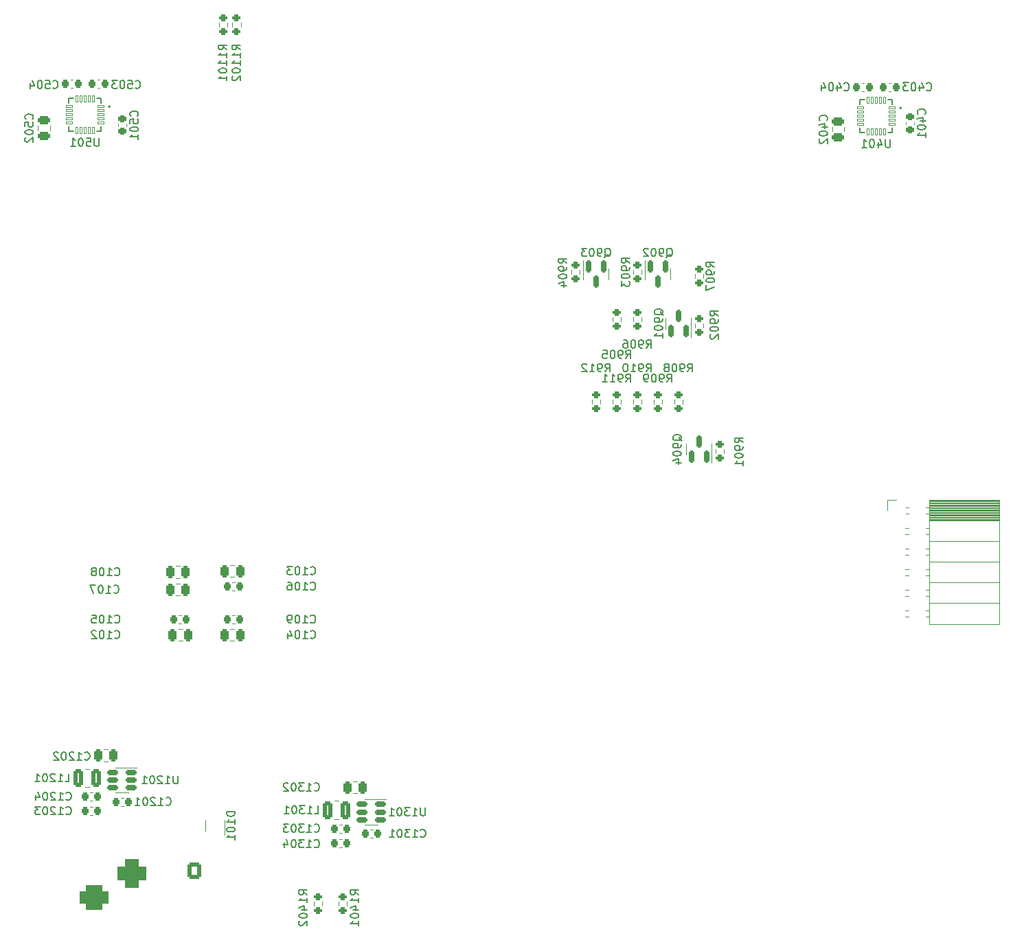
<source format=gbo>
G04 #@! TF.GenerationSoftware,KiCad,Pcbnew,(6.0.9)*
G04 #@! TF.CreationDate,2023-02-20T14:12:10-05:00*
G04 #@! TF.ProjectId,UDuino,55447569-6e6f-42e6-9b69-6361645f7063,rev?*
G04 #@! TF.SameCoordinates,Original*
G04 #@! TF.FileFunction,Legend,Bot*
G04 #@! TF.FilePolarity,Positive*
%FSLAX46Y46*%
G04 Gerber Fmt 4.6, Leading zero omitted, Abs format (unit mm)*
G04 Created by KiCad (PCBNEW (6.0.9)) date 2023-02-20 14:12:10*
%MOMM*%
%LPD*%
G01*
G04 APERTURE LIST*
G04 Aperture macros list*
%AMRoundRect*
0 Rectangle with rounded corners*
0 $1 Rounding radius*
0 $2 $3 $4 $5 $6 $7 $8 $9 X,Y pos of 4 corners*
0 Add a 4 corners polygon primitive as box body*
4,1,4,$2,$3,$4,$5,$6,$7,$8,$9,$2,$3,0*
0 Add four circle primitives for the rounded corners*
1,1,$1+$1,$2,$3*
1,1,$1+$1,$4,$5*
1,1,$1+$1,$6,$7*
1,1,$1+$1,$8,$9*
0 Add four rect primitives between the rounded corners*
20,1,$1+$1,$2,$3,$4,$5,0*
20,1,$1+$1,$4,$5,$6,$7,0*
20,1,$1+$1,$6,$7,$8,$9,0*
20,1,$1+$1,$8,$9,$2,$3,0*%
G04 Aperture macros list end*
%ADD10C,0.150000*%
%ADD11C,0.120000*%
%ADD12C,0.127000*%
%ADD13C,0.200000*%
%ADD14C,1.676400*%
%ADD15RoundRect,0.225000X-0.225000X-0.250000X0.225000X-0.250000X0.225000X0.250000X-0.225000X0.250000X0*%
%ADD16RoundRect,0.250000X0.250000X0.475000X-0.250000X0.475000X-0.250000X-0.475000X0.250000X-0.475000X0*%
%ADD17RoundRect,0.225000X0.225000X0.250000X-0.225000X0.250000X-0.225000X-0.250000X0.225000X-0.250000X0*%
%ADD18RoundRect,0.250000X-0.250000X-0.475000X0.250000X-0.475000X0.250000X0.475000X-0.250000X0.475000X0*%
%ADD19R,1.350000X1.350000*%
%ADD20C,1.350000*%
%ADD21R,1.700000X1.700000*%
%ADD22O,1.700000X1.700000*%
%ADD23R,3.000000X3.000000*%
%ADD24C,3.000000*%
%ADD25C,3.300000*%
%ADD26R,1.676400X1.676400*%
%ADD27C,1.200000*%
%ADD28RoundRect,0.250000X-0.600000X-0.750000X0.600000X-0.750000X0.600000X0.750000X-0.600000X0.750000X0*%
%ADD29O,1.700000X2.000000*%
%ADD30R,1.160000X1.160000*%
%ADD31C,1.160000*%
%ADD32R,3.500000X3.500000*%
%ADD33RoundRect,0.750000X1.000000X-0.750000X1.000000X0.750000X-1.000000X0.750000X-1.000000X-0.750000X0*%
%ADD34RoundRect,0.875000X0.875000X-0.875000X0.875000X0.875000X-0.875000X0.875000X-0.875000X-0.875000X0*%
%ADD35R,1.800000X1.800000*%
%ADD36C,1.800000*%
%ADD37C,4.050000*%
%ADD38C,0.600000*%
%ADD39O,0.900000X2.000000*%
%ADD40O,0.900000X1.700000*%
%ADD41RoundRect,0.200000X0.275000X-0.200000X0.275000X0.200000X-0.275000X0.200000X-0.275000X-0.200000X0*%
%ADD42RoundRect,0.225000X0.250000X-0.225000X0.250000X0.225000X-0.250000X0.225000X-0.250000X-0.225000X0*%
%ADD43RoundRect,0.200000X-0.275000X0.200000X-0.275000X-0.200000X0.275000X-0.200000X0.275000X0.200000X0*%
%ADD44RoundRect,0.250000X0.375000X0.850000X-0.375000X0.850000X-0.375000X-0.850000X0.375000X-0.850000X0*%
%ADD45RoundRect,0.150000X0.150000X-0.587500X0.150000X0.587500X-0.150000X0.587500X-0.150000X-0.587500X0*%
%ADD46RoundRect,0.150000X-0.150000X0.587500X-0.150000X-0.587500X0.150000X-0.587500X0.150000X0.587500X0*%
%ADD47RoundRect,0.007800X0.422200X0.122200X-0.422200X0.122200X-0.422200X-0.122200X0.422200X-0.122200X0*%
%ADD48RoundRect,0.007800X0.122200X-0.422200X0.122200X0.422200X-0.122200X0.422200X-0.122200X-0.422200X0*%
%ADD49R,2.000000X2.000000*%
%ADD50RoundRect,0.150000X0.512500X0.150000X-0.512500X0.150000X-0.512500X-0.150000X0.512500X-0.150000X0*%
%ADD51R,0.400000X0.650000*%
%ADD52RoundRect,0.250000X0.475000X-0.250000X0.475000X0.250000X-0.475000X0.250000X-0.475000X-0.250000X0*%
G04 APERTURE END LIST*
D10*
X38457047Y-81129142D02*
X38504666Y-81176761D01*
X38647523Y-81224380D01*
X38742761Y-81224380D01*
X38885619Y-81176761D01*
X38980857Y-81081523D01*
X39028476Y-80986285D01*
X39076095Y-80795809D01*
X39076095Y-80652952D01*
X39028476Y-80462476D01*
X38980857Y-80367238D01*
X38885619Y-80272000D01*
X38742761Y-80224380D01*
X38647523Y-80224380D01*
X38504666Y-80272000D01*
X38457047Y-80319619D01*
X37504666Y-81224380D02*
X38076095Y-81224380D01*
X37790380Y-81224380D02*
X37790380Y-80224380D01*
X37885619Y-80367238D01*
X37980857Y-80462476D01*
X38076095Y-80510095D01*
X36885619Y-80224380D02*
X36790380Y-80224380D01*
X36695142Y-80272000D01*
X36647523Y-80319619D01*
X36599904Y-80414857D01*
X36552285Y-80605333D01*
X36552285Y-80843428D01*
X36599904Y-81033904D01*
X36647523Y-81129142D01*
X36695142Y-81176761D01*
X36790380Y-81224380D01*
X36885619Y-81224380D01*
X36980857Y-81176761D01*
X37028476Y-81129142D01*
X37076095Y-81033904D01*
X37123714Y-80843428D01*
X37123714Y-80605333D01*
X37076095Y-80414857D01*
X37028476Y-80319619D01*
X36980857Y-80272000D01*
X36885619Y-80224380D01*
X36076095Y-81224380D02*
X35885619Y-81224380D01*
X35790380Y-81176761D01*
X35742761Y-81129142D01*
X35647523Y-80986285D01*
X35599904Y-80795809D01*
X35599904Y-80414857D01*
X35647523Y-80319619D01*
X35695142Y-80272000D01*
X35790380Y-80224380D01*
X35980857Y-80224380D01*
X36076095Y-80272000D01*
X36123714Y-80319619D01*
X36171333Y-80414857D01*
X36171333Y-80652952D01*
X36123714Y-80748190D01*
X36076095Y-80795809D01*
X35980857Y-80843428D01*
X35790380Y-80843428D01*
X35695142Y-80795809D01*
X35647523Y-80748190D01*
X35599904Y-80652952D01*
X14327047Y-75287142D02*
X14374666Y-75334761D01*
X14517523Y-75382380D01*
X14612761Y-75382380D01*
X14755619Y-75334761D01*
X14850857Y-75239523D01*
X14898476Y-75144285D01*
X14946095Y-74953809D01*
X14946095Y-74810952D01*
X14898476Y-74620476D01*
X14850857Y-74525238D01*
X14755619Y-74430000D01*
X14612761Y-74382380D01*
X14517523Y-74382380D01*
X14374666Y-74430000D01*
X14327047Y-74477619D01*
X13374666Y-75382380D02*
X13946095Y-75382380D01*
X13660380Y-75382380D02*
X13660380Y-74382380D01*
X13755619Y-74525238D01*
X13850857Y-74620476D01*
X13946095Y-74668095D01*
X12755619Y-74382380D02*
X12660380Y-74382380D01*
X12565142Y-74430000D01*
X12517523Y-74477619D01*
X12469904Y-74572857D01*
X12422285Y-74763333D01*
X12422285Y-75001428D01*
X12469904Y-75191904D01*
X12517523Y-75287142D01*
X12565142Y-75334761D01*
X12660380Y-75382380D01*
X12755619Y-75382380D01*
X12850857Y-75334761D01*
X12898476Y-75287142D01*
X12946095Y-75191904D01*
X12993714Y-75001428D01*
X12993714Y-74763333D01*
X12946095Y-74572857D01*
X12898476Y-74477619D01*
X12850857Y-74430000D01*
X12755619Y-74382380D01*
X11850857Y-74810952D02*
X11946095Y-74763333D01*
X11993714Y-74715714D01*
X12041333Y-74620476D01*
X12041333Y-74572857D01*
X11993714Y-74477619D01*
X11946095Y-74430000D01*
X11850857Y-74382380D01*
X11660380Y-74382380D01*
X11565142Y-74430000D01*
X11517523Y-74477619D01*
X11469904Y-74572857D01*
X11469904Y-74620476D01*
X11517523Y-74715714D01*
X11565142Y-74763333D01*
X11660380Y-74810952D01*
X11850857Y-74810952D01*
X11946095Y-74858571D01*
X11993714Y-74906190D01*
X12041333Y-75001428D01*
X12041333Y-75191904D01*
X11993714Y-75287142D01*
X11946095Y-75334761D01*
X11850857Y-75382380D01*
X11660380Y-75382380D01*
X11565142Y-75334761D01*
X11517523Y-75287142D01*
X11469904Y-75191904D01*
X11469904Y-75001428D01*
X11517523Y-74906190D01*
X11565142Y-74858571D01*
X11660380Y-74810952D01*
X14200047Y-77446142D02*
X14247666Y-77493761D01*
X14390523Y-77541380D01*
X14485761Y-77541380D01*
X14628619Y-77493761D01*
X14723857Y-77398523D01*
X14771476Y-77303285D01*
X14819095Y-77112809D01*
X14819095Y-76969952D01*
X14771476Y-76779476D01*
X14723857Y-76684238D01*
X14628619Y-76589000D01*
X14485761Y-76541380D01*
X14390523Y-76541380D01*
X14247666Y-76589000D01*
X14200047Y-76636619D01*
X13247666Y-77541380D02*
X13819095Y-77541380D01*
X13533380Y-77541380D02*
X13533380Y-76541380D01*
X13628619Y-76684238D01*
X13723857Y-76779476D01*
X13819095Y-76827095D01*
X12628619Y-76541380D02*
X12533380Y-76541380D01*
X12438142Y-76589000D01*
X12390523Y-76636619D01*
X12342904Y-76731857D01*
X12295285Y-76922333D01*
X12295285Y-77160428D01*
X12342904Y-77350904D01*
X12390523Y-77446142D01*
X12438142Y-77493761D01*
X12533380Y-77541380D01*
X12628619Y-77541380D01*
X12723857Y-77493761D01*
X12771476Y-77446142D01*
X12819095Y-77350904D01*
X12866714Y-77160428D01*
X12866714Y-76922333D01*
X12819095Y-76731857D01*
X12771476Y-76636619D01*
X12723857Y-76589000D01*
X12628619Y-76541380D01*
X11961952Y-76541380D02*
X11295285Y-76541380D01*
X11723857Y-77541380D01*
X38457047Y-77065142D02*
X38504666Y-77112761D01*
X38647523Y-77160380D01*
X38742761Y-77160380D01*
X38885619Y-77112761D01*
X38980857Y-77017523D01*
X39028476Y-76922285D01*
X39076095Y-76731809D01*
X39076095Y-76588952D01*
X39028476Y-76398476D01*
X38980857Y-76303238D01*
X38885619Y-76208000D01*
X38742761Y-76160380D01*
X38647523Y-76160380D01*
X38504666Y-76208000D01*
X38457047Y-76255619D01*
X37504666Y-77160380D02*
X38076095Y-77160380D01*
X37790380Y-77160380D02*
X37790380Y-76160380D01*
X37885619Y-76303238D01*
X37980857Y-76398476D01*
X38076095Y-76446095D01*
X36885619Y-76160380D02*
X36790380Y-76160380D01*
X36695142Y-76208000D01*
X36647523Y-76255619D01*
X36599904Y-76350857D01*
X36552285Y-76541333D01*
X36552285Y-76779428D01*
X36599904Y-76969904D01*
X36647523Y-77065142D01*
X36695142Y-77112761D01*
X36790380Y-77160380D01*
X36885619Y-77160380D01*
X36980857Y-77112761D01*
X37028476Y-77065142D01*
X37076095Y-76969904D01*
X37123714Y-76779428D01*
X37123714Y-76541333D01*
X37076095Y-76350857D01*
X37028476Y-76255619D01*
X36980857Y-76208000D01*
X36885619Y-76160380D01*
X35695142Y-76160380D02*
X35885619Y-76160380D01*
X35980857Y-76208000D01*
X36028476Y-76255619D01*
X36123714Y-76398476D01*
X36171333Y-76588952D01*
X36171333Y-76969904D01*
X36123714Y-77065142D01*
X36076095Y-77112761D01*
X35980857Y-77160380D01*
X35790380Y-77160380D01*
X35695142Y-77112761D01*
X35647523Y-77065142D01*
X35599904Y-76969904D01*
X35599904Y-76731809D01*
X35647523Y-76636571D01*
X35695142Y-76588952D01*
X35790380Y-76541333D01*
X35980857Y-76541333D01*
X36076095Y-76588952D01*
X36123714Y-76636571D01*
X36171333Y-76731809D01*
X14327047Y-81129142D02*
X14374666Y-81176761D01*
X14517523Y-81224380D01*
X14612761Y-81224380D01*
X14755619Y-81176761D01*
X14850857Y-81081523D01*
X14898476Y-80986285D01*
X14946095Y-80795809D01*
X14946095Y-80652952D01*
X14898476Y-80462476D01*
X14850857Y-80367238D01*
X14755619Y-80272000D01*
X14612761Y-80224380D01*
X14517523Y-80224380D01*
X14374666Y-80272000D01*
X14327047Y-80319619D01*
X13374666Y-81224380D02*
X13946095Y-81224380D01*
X13660380Y-81224380D02*
X13660380Y-80224380D01*
X13755619Y-80367238D01*
X13850857Y-80462476D01*
X13946095Y-80510095D01*
X12755619Y-80224380D02*
X12660380Y-80224380D01*
X12565142Y-80272000D01*
X12517523Y-80319619D01*
X12469904Y-80414857D01*
X12422285Y-80605333D01*
X12422285Y-80843428D01*
X12469904Y-81033904D01*
X12517523Y-81129142D01*
X12565142Y-81176761D01*
X12660380Y-81224380D01*
X12755619Y-81224380D01*
X12850857Y-81176761D01*
X12898476Y-81129142D01*
X12946095Y-81033904D01*
X12993714Y-80843428D01*
X12993714Y-80605333D01*
X12946095Y-80414857D01*
X12898476Y-80319619D01*
X12850857Y-80272000D01*
X12755619Y-80224380D01*
X11517523Y-80224380D02*
X11993714Y-80224380D01*
X12041333Y-80700571D01*
X11993714Y-80652952D01*
X11898476Y-80605333D01*
X11660380Y-80605333D01*
X11565142Y-80652952D01*
X11517523Y-80700571D01*
X11469904Y-80795809D01*
X11469904Y-81033904D01*
X11517523Y-81129142D01*
X11565142Y-81176761D01*
X11660380Y-81224380D01*
X11898476Y-81224380D01*
X11993714Y-81176761D01*
X12041333Y-81129142D01*
X38457047Y-83034142D02*
X38504666Y-83081761D01*
X38647523Y-83129380D01*
X38742761Y-83129380D01*
X38885619Y-83081761D01*
X38980857Y-82986523D01*
X39028476Y-82891285D01*
X39076095Y-82700809D01*
X39076095Y-82557952D01*
X39028476Y-82367476D01*
X38980857Y-82272238D01*
X38885619Y-82177000D01*
X38742761Y-82129380D01*
X38647523Y-82129380D01*
X38504666Y-82177000D01*
X38457047Y-82224619D01*
X37504666Y-83129380D02*
X38076095Y-83129380D01*
X37790380Y-83129380D02*
X37790380Y-82129380D01*
X37885619Y-82272238D01*
X37980857Y-82367476D01*
X38076095Y-82415095D01*
X36885619Y-82129380D02*
X36790380Y-82129380D01*
X36695142Y-82177000D01*
X36647523Y-82224619D01*
X36599904Y-82319857D01*
X36552285Y-82510333D01*
X36552285Y-82748428D01*
X36599904Y-82938904D01*
X36647523Y-83034142D01*
X36695142Y-83081761D01*
X36790380Y-83129380D01*
X36885619Y-83129380D01*
X36980857Y-83081761D01*
X37028476Y-83034142D01*
X37076095Y-82938904D01*
X37123714Y-82748428D01*
X37123714Y-82510333D01*
X37076095Y-82319857D01*
X37028476Y-82224619D01*
X36980857Y-82177000D01*
X36885619Y-82129380D01*
X35695142Y-82462714D02*
X35695142Y-83129380D01*
X35933238Y-82081761D02*
X36171333Y-82796047D01*
X35552285Y-82796047D01*
X38457047Y-75160142D02*
X38504666Y-75207761D01*
X38647523Y-75255380D01*
X38742761Y-75255380D01*
X38885619Y-75207761D01*
X38980857Y-75112523D01*
X39028476Y-75017285D01*
X39076095Y-74826809D01*
X39076095Y-74683952D01*
X39028476Y-74493476D01*
X38980857Y-74398238D01*
X38885619Y-74303000D01*
X38742761Y-74255380D01*
X38647523Y-74255380D01*
X38504666Y-74303000D01*
X38457047Y-74350619D01*
X37504666Y-75255380D02*
X38076095Y-75255380D01*
X37790380Y-75255380D02*
X37790380Y-74255380D01*
X37885619Y-74398238D01*
X37980857Y-74493476D01*
X38076095Y-74541095D01*
X36885619Y-74255380D02*
X36790380Y-74255380D01*
X36695142Y-74303000D01*
X36647523Y-74350619D01*
X36599904Y-74445857D01*
X36552285Y-74636333D01*
X36552285Y-74874428D01*
X36599904Y-75064904D01*
X36647523Y-75160142D01*
X36695142Y-75207761D01*
X36790380Y-75255380D01*
X36885619Y-75255380D01*
X36980857Y-75207761D01*
X37028476Y-75160142D01*
X37076095Y-75064904D01*
X37123714Y-74874428D01*
X37123714Y-74636333D01*
X37076095Y-74445857D01*
X37028476Y-74350619D01*
X36980857Y-74303000D01*
X36885619Y-74255380D01*
X36218952Y-74255380D02*
X35599904Y-74255380D01*
X35933238Y-74636333D01*
X35790380Y-74636333D01*
X35695142Y-74683952D01*
X35647523Y-74731571D01*
X35599904Y-74826809D01*
X35599904Y-75064904D01*
X35647523Y-75160142D01*
X35695142Y-75207761D01*
X35790380Y-75255380D01*
X36076095Y-75255380D01*
X36171333Y-75207761D01*
X36218952Y-75160142D01*
X14327047Y-83034142D02*
X14374666Y-83081761D01*
X14517523Y-83129380D01*
X14612761Y-83129380D01*
X14755619Y-83081761D01*
X14850857Y-82986523D01*
X14898476Y-82891285D01*
X14946095Y-82700809D01*
X14946095Y-82557952D01*
X14898476Y-82367476D01*
X14850857Y-82272238D01*
X14755619Y-82177000D01*
X14612761Y-82129380D01*
X14517523Y-82129380D01*
X14374666Y-82177000D01*
X14327047Y-82224619D01*
X13374666Y-83129380D02*
X13946095Y-83129380D01*
X13660380Y-83129380D02*
X13660380Y-82129380D01*
X13755619Y-82272238D01*
X13850857Y-82367476D01*
X13946095Y-82415095D01*
X12755619Y-82129380D02*
X12660380Y-82129380D01*
X12565142Y-82177000D01*
X12517523Y-82224619D01*
X12469904Y-82319857D01*
X12422285Y-82510333D01*
X12422285Y-82748428D01*
X12469904Y-82938904D01*
X12517523Y-83034142D01*
X12565142Y-83081761D01*
X12660380Y-83129380D01*
X12755619Y-83129380D01*
X12850857Y-83081761D01*
X12898476Y-83034142D01*
X12946095Y-82938904D01*
X12993714Y-82748428D01*
X12993714Y-82510333D01*
X12946095Y-82319857D01*
X12898476Y-82224619D01*
X12850857Y-82177000D01*
X12755619Y-82129380D01*
X12041333Y-82224619D02*
X11993714Y-82177000D01*
X11898476Y-82129380D01*
X11660380Y-82129380D01*
X11565142Y-82177000D01*
X11517523Y-82224619D01*
X11469904Y-82319857D01*
X11469904Y-82415095D01*
X11517523Y-82557952D01*
X12088952Y-83129380D01*
X11469904Y-83129380D01*
X16867047Y-15216142D02*
X16914666Y-15263761D01*
X17057523Y-15311380D01*
X17152761Y-15311380D01*
X17295619Y-15263761D01*
X17390857Y-15168523D01*
X17438476Y-15073285D01*
X17486095Y-14882809D01*
X17486095Y-14739952D01*
X17438476Y-14549476D01*
X17390857Y-14454238D01*
X17295619Y-14359000D01*
X17152761Y-14311380D01*
X17057523Y-14311380D01*
X16914666Y-14359000D01*
X16867047Y-14406619D01*
X15962285Y-14311380D02*
X16438476Y-14311380D01*
X16486095Y-14787571D01*
X16438476Y-14739952D01*
X16343238Y-14692333D01*
X16105142Y-14692333D01*
X16009904Y-14739952D01*
X15962285Y-14787571D01*
X15914666Y-14882809D01*
X15914666Y-15120904D01*
X15962285Y-15216142D01*
X16009904Y-15263761D01*
X16105142Y-15311380D01*
X16343238Y-15311380D01*
X16438476Y-15263761D01*
X16486095Y-15216142D01*
X15295619Y-14311380D02*
X15200380Y-14311380D01*
X15105142Y-14359000D01*
X15057523Y-14406619D01*
X15009904Y-14501857D01*
X14962285Y-14692333D01*
X14962285Y-14930428D01*
X15009904Y-15120904D01*
X15057523Y-15216142D01*
X15105142Y-15263761D01*
X15200380Y-15311380D01*
X15295619Y-15311380D01*
X15390857Y-15263761D01*
X15438476Y-15216142D01*
X15486095Y-15120904D01*
X15533714Y-14930428D01*
X15533714Y-14692333D01*
X15486095Y-14501857D01*
X15438476Y-14406619D01*
X15390857Y-14359000D01*
X15295619Y-14311380D01*
X14628952Y-14311380D02*
X14009904Y-14311380D01*
X14343238Y-14692333D01*
X14200380Y-14692333D01*
X14105142Y-14739952D01*
X14057523Y-14787571D01*
X14009904Y-14882809D01*
X14009904Y-15120904D01*
X14057523Y-15216142D01*
X14105142Y-15263761D01*
X14200380Y-15311380D01*
X14486095Y-15311380D01*
X14581333Y-15263761D01*
X14628952Y-15216142D01*
X8326238Y-102973142D02*
X8373857Y-103020761D01*
X8516714Y-103068380D01*
X8611952Y-103068380D01*
X8754809Y-103020761D01*
X8850047Y-102925523D01*
X8897666Y-102830285D01*
X8945285Y-102639809D01*
X8945285Y-102496952D01*
X8897666Y-102306476D01*
X8850047Y-102211238D01*
X8754809Y-102116000D01*
X8611952Y-102068380D01*
X8516714Y-102068380D01*
X8373857Y-102116000D01*
X8326238Y-102163619D01*
X7373857Y-103068380D02*
X7945285Y-103068380D01*
X7659571Y-103068380D02*
X7659571Y-102068380D01*
X7754809Y-102211238D01*
X7850047Y-102306476D01*
X7945285Y-102354095D01*
X6992904Y-102163619D02*
X6945285Y-102116000D01*
X6850047Y-102068380D01*
X6611952Y-102068380D01*
X6516714Y-102116000D01*
X6469095Y-102163619D01*
X6421476Y-102258857D01*
X6421476Y-102354095D01*
X6469095Y-102496952D01*
X7040523Y-103068380D01*
X6421476Y-103068380D01*
X5802428Y-102068380D02*
X5707190Y-102068380D01*
X5611952Y-102116000D01*
X5564333Y-102163619D01*
X5516714Y-102258857D01*
X5469095Y-102449333D01*
X5469095Y-102687428D01*
X5516714Y-102877904D01*
X5564333Y-102973142D01*
X5611952Y-103020761D01*
X5707190Y-103068380D01*
X5802428Y-103068380D01*
X5897666Y-103020761D01*
X5945285Y-102973142D01*
X5992904Y-102877904D01*
X6040523Y-102687428D01*
X6040523Y-102449333D01*
X5992904Y-102258857D01*
X5945285Y-102163619D01*
X5897666Y-102116000D01*
X5802428Y-102068380D01*
X4611952Y-102401714D02*
X4611952Y-103068380D01*
X4850047Y-102020761D02*
X5088142Y-102735047D01*
X4469095Y-102735047D01*
X28138380Y-10532761D02*
X27662190Y-10199428D01*
X28138380Y-9961333D02*
X27138380Y-9961333D01*
X27138380Y-10342285D01*
X27186000Y-10437523D01*
X27233619Y-10485142D01*
X27328857Y-10532761D01*
X27471714Y-10532761D01*
X27566952Y-10485142D01*
X27614571Y-10437523D01*
X27662190Y-10342285D01*
X27662190Y-9961333D01*
X28138380Y-11485142D02*
X28138380Y-10913714D01*
X28138380Y-11199428D02*
X27138380Y-11199428D01*
X27281238Y-11104190D01*
X27376476Y-11008952D01*
X27424095Y-10913714D01*
X28138380Y-12437523D02*
X28138380Y-11866095D01*
X28138380Y-12151809D02*
X27138380Y-12151809D01*
X27281238Y-12056571D01*
X27376476Y-11961333D01*
X27424095Y-11866095D01*
X27138380Y-13056571D02*
X27138380Y-13151809D01*
X27186000Y-13247047D01*
X27233619Y-13294666D01*
X27328857Y-13342285D01*
X27519333Y-13389904D01*
X27757428Y-13389904D01*
X27947904Y-13342285D01*
X28043142Y-13294666D01*
X28090761Y-13247047D01*
X28138380Y-13151809D01*
X28138380Y-13056571D01*
X28090761Y-12961333D01*
X28043142Y-12913714D01*
X27947904Y-12866095D01*
X27757428Y-12818476D01*
X27519333Y-12818476D01*
X27328857Y-12866095D01*
X27233619Y-12913714D01*
X27186000Y-12961333D01*
X27138380Y-13056571D01*
X28138380Y-14342285D02*
X28138380Y-13770857D01*
X28138380Y-14056571D02*
X27138380Y-14056571D01*
X27281238Y-13961333D01*
X27376476Y-13866095D01*
X27424095Y-13770857D01*
X10612238Y-98020142D02*
X10659857Y-98067761D01*
X10802714Y-98115380D01*
X10897952Y-98115380D01*
X11040809Y-98067761D01*
X11136047Y-97972523D01*
X11183666Y-97877285D01*
X11231285Y-97686809D01*
X11231285Y-97543952D01*
X11183666Y-97353476D01*
X11136047Y-97258238D01*
X11040809Y-97163000D01*
X10897952Y-97115380D01*
X10802714Y-97115380D01*
X10659857Y-97163000D01*
X10612238Y-97210619D01*
X9659857Y-98115380D02*
X10231285Y-98115380D01*
X9945571Y-98115380D02*
X9945571Y-97115380D01*
X10040809Y-97258238D01*
X10136047Y-97353476D01*
X10231285Y-97401095D01*
X9278904Y-97210619D02*
X9231285Y-97163000D01*
X9136047Y-97115380D01*
X8897952Y-97115380D01*
X8802714Y-97163000D01*
X8755095Y-97210619D01*
X8707476Y-97305857D01*
X8707476Y-97401095D01*
X8755095Y-97543952D01*
X9326523Y-98115380D01*
X8707476Y-98115380D01*
X8088428Y-97115380D02*
X7993190Y-97115380D01*
X7897952Y-97163000D01*
X7850333Y-97210619D01*
X7802714Y-97305857D01*
X7755095Y-97496333D01*
X7755095Y-97734428D01*
X7802714Y-97924904D01*
X7850333Y-98020142D01*
X7897952Y-98067761D01*
X7993190Y-98115380D01*
X8088428Y-98115380D01*
X8183666Y-98067761D01*
X8231285Y-98020142D01*
X8278904Y-97924904D01*
X8326523Y-97734428D01*
X8326523Y-97496333D01*
X8278904Y-97305857D01*
X8231285Y-97210619D01*
X8183666Y-97163000D01*
X8088428Y-97115380D01*
X7374142Y-97210619D02*
X7326523Y-97163000D01*
X7231285Y-97115380D01*
X6993190Y-97115380D01*
X6897952Y-97163000D01*
X6850333Y-97210619D01*
X6802714Y-97305857D01*
X6802714Y-97401095D01*
X6850333Y-97543952D01*
X7421761Y-98115380D01*
X6802714Y-98115380D01*
X6707047Y-15216142D02*
X6754666Y-15263761D01*
X6897523Y-15311380D01*
X6992761Y-15311380D01*
X7135619Y-15263761D01*
X7230857Y-15168523D01*
X7278476Y-15073285D01*
X7326095Y-14882809D01*
X7326095Y-14739952D01*
X7278476Y-14549476D01*
X7230857Y-14454238D01*
X7135619Y-14359000D01*
X6992761Y-14311380D01*
X6897523Y-14311380D01*
X6754666Y-14359000D01*
X6707047Y-14406619D01*
X5802285Y-14311380D02*
X6278476Y-14311380D01*
X6326095Y-14787571D01*
X6278476Y-14739952D01*
X6183238Y-14692333D01*
X5945142Y-14692333D01*
X5849904Y-14739952D01*
X5802285Y-14787571D01*
X5754666Y-14882809D01*
X5754666Y-15120904D01*
X5802285Y-15216142D01*
X5849904Y-15263761D01*
X5945142Y-15311380D01*
X6183238Y-15311380D01*
X6278476Y-15263761D01*
X6326095Y-15216142D01*
X5135619Y-14311380D02*
X5040380Y-14311380D01*
X4945142Y-14359000D01*
X4897523Y-14406619D01*
X4849904Y-14501857D01*
X4802285Y-14692333D01*
X4802285Y-14930428D01*
X4849904Y-15120904D01*
X4897523Y-15216142D01*
X4945142Y-15263761D01*
X5040380Y-15311380D01*
X5135619Y-15311380D01*
X5230857Y-15263761D01*
X5278476Y-15216142D01*
X5326095Y-15120904D01*
X5373714Y-14930428D01*
X5373714Y-14692333D01*
X5326095Y-14501857D01*
X5278476Y-14406619D01*
X5230857Y-14359000D01*
X5135619Y-14311380D01*
X3945142Y-14644714D02*
X3945142Y-15311380D01*
X4183238Y-14263761D02*
X4421333Y-14978047D01*
X3802285Y-14978047D01*
X38933238Y-101830142D02*
X38980857Y-101877761D01*
X39123714Y-101925380D01*
X39218952Y-101925380D01*
X39361809Y-101877761D01*
X39457047Y-101782523D01*
X39504666Y-101687285D01*
X39552285Y-101496809D01*
X39552285Y-101353952D01*
X39504666Y-101163476D01*
X39457047Y-101068238D01*
X39361809Y-100973000D01*
X39218952Y-100925380D01*
X39123714Y-100925380D01*
X38980857Y-100973000D01*
X38933238Y-101020619D01*
X37980857Y-101925380D02*
X38552285Y-101925380D01*
X38266571Y-101925380D02*
X38266571Y-100925380D01*
X38361809Y-101068238D01*
X38457047Y-101163476D01*
X38552285Y-101211095D01*
X37647523Y-100925380D02*
X37028476Y-100925380D01*
X37361809Y-101306333D01*
X37218952Y-101306333D01*
X37123714Y-101353952D01*
X37076095Y-101401571D01*
X37028476Y-101496809D01*
X37028476Y-101734904D01*
X37076095Y-101830142D01*
X37123714Y-101877761D01*
X37218952Y-101925380D01*
X37504666Y-101925380D01*
X37599904Y-101877761D01*
X37647523Y-101830142D01*
X36409428Y-100925380D02*
X36314190Y-100925380D01*
X36218952Y-100973000D01*
X36171333Y-101020619D01*
X36123714Y-101115857D01*
X36076095Y-101306333D01*
X36076095Y-101544428D01*
X36123714Y-101734904D01*
X36171333Y-101830142D01*
X36218952Y-101877761D01*
X36314190Y-101925380D01*
X36409428Y-101925380D01*
X36504666Y-101877761D01*
X36552285Y-101830142D01*
X36599904Y-101734904D01*
X36647523Y-101544428D01*
X36647523Y-101306333D01*
X36599904Y-101115857D01*
X36552285Y-101020619D01*
X36504666Y-100973000D01*
X36409428Y-100925380D01*
X35695142Y-101020619D02*
X35647523Y-100973000D01*
X35552285Y-100925380D01*
X35314190Y-100925380D01*
X35218952Y-100973000D01*
X35171333Y-101020619D01*
X35123714Y-101115857D01*
X35123714Y-101211095D01*
X35171333Y-101353952D01*
X35742761Y-101925380D01*
X35123714Y-101925380D01*
X114182142Y-18468952D02*
X114229761Y-18421333D01*
X114277380Y-18278476D01*
X114277380Y-18183238D01*
X114229761Y-18040380D01*
X114134523Y-17945142D01*
X114039285Y-17897523D01*
X113848809Y-17849904D01*
X113705952Y-17849904D01*
X113515476Y-17897523D01*
X113420238Y-17945142D01*
X113325000Y-18040380D01*
X113277380Y-18183238D01*
X113277380Y-18278476D01*
X113325000Y-18421333D01*
X113372619Y-18468952D01*
X113610714Y-19326095D02*
X114277380Y-19326095D01*
X113229761Y-19088000D02*
X113944047Y-18849904D01*
X113944047Y-19468952D01*
X113277380Y-20040380D02*
X113277380Y-20135619D01*
X113325000Y-20230857D01*
X113372619Y-20278476D01*
X113467857Y-20326095D01*
X113658333Y-20373714D01*
X113896428Y-20373714D01*
X114086904Y-20326095D01*
X114182142Y-20278476D01*
X114229761Y-20230857D01*
X114277380Y-20135619D01*
X114277380Y-20040380D01*
X114229761Y-19945142D01*
X114182142Y-19897523D01*
X114086904Y-19849904D01*
X113896428Y-19802285D01*
X113658333Y-19802285D01*
X113467857Y-19849904D01*
X113372619Y-19897523D01*
X113325000Y-19945142D01*
X113277380Y-20040380D01*
X114277380Y-21326095D02*
X114277380Y-20754666D01*
X114277380Y-21040380D02*
X113277380Y-21040380D01*
X113420238Y-20945142D01*
X113515476Y-20849904D01*
X113563095Y-20754666D01*
X84939047Y-50236380D02*
X85272380Y-49760190D01*
X85510476Y-50236380D02*
X85510476Y-49236380D01*
X85129523Y-49236380D01*
X85034285Y-49284000D01*
X84986666Y-49331619D01*
X84939047Y-49426857D01*
X84939047Y-49569714D01*
X84986666Y-49664952D01*
X85034285Y-49712571D01*
X85129523Y-49760190D01*
X85510476Y-49760190D01*
X84462857Y-50236380D02*
X84272380Y-50236380D01*
X84177142Y-50188761D01*
X84129523Y-50141142D01*
X84034285Y-49998285D01*
X83986666Y-49807809D01*
X83986666Y-49426857D01*
X84034285Y-49331619D01*
X84081904Y-49284000D01*
X84177142Y-49236380D01*
X84367619Y-49236380D01*
X84462857Y-49284000D01*
X84510476Y-49331619D01*
X84558095Y-49426857D01*
X84558095Y-49664952D01*
X84510476Y-49760190D01*
X84462857Y-49807809D01*
X84367619Y-49855428D01*
X84177142Y-49855428D01*
X84081904Y-49807809D01*
X84034285Y-49760190D01*
X83986666Y-49664952D01*
X83367619Y-49236380D02*
X83272380Y-49236380D01*
X83177142Y-49284000D01*
X83129523Y-49331619D01*
X83081904Y-49426857D01*
X83034285Y-49617333D01*
X83034285Y-49855428D01*
X83081904Y-50045904D01*
X83129523Y-50141142D01*
X83177142Y-50188761D01*
X83272380Y-50236380D01*
X83367619Y-50236380D01*
X83462857Y-50188761D01*
X83510476Y-50141142D01*
X83558095Y-50045904D01*
X83605714Y-49855428D01*
X83605714Y-49617333D01*
X83558095Y-49426857D01*
X83510476Y-49331619D01*
X83462857Y-49284000D01*
X83367619Y-49236380D01*
X82462857Y-49664952D02*
X82558095Y-49617333D01*
X82605714Y-49569714D01*
X82653333Y-49474476D01*
X82653333Y-49426857D01*
X82605714Y-49331619D01*
X82558095Y-49284000D01*
X82462857Y-49236380D01*
X82272380Y-49236380D01*
X82177142Y-49284000D01*
X82129523Y-49331619D01*
X82081904Y-49426857D01*
X82081904Y-49474476D01*
X82129523Y-49569714D01*
X82177142Y-49617333D01*
X82272380Y-49664952D01*
X82462857Y-49664952D01*
X82558095Y-49712571D01*
X82605714Y-49760190D01*
X82653333Y-49855428D01*
X82653333Y-50045904D01*
X82605714Y-50141142D01*
X82558095Y-50188761D01*
X82462857Y-50236380D01*
X82272380Y-50236380D01*
X82177142Y-50188761D01*
X82129523Y-50141142D01*
X82081904Y-50045904D01*
X82081904Y-49855428D01*
X82129523Y-49760190D01*
X82177142Y-49712571D01*
X82272380Y-49664952D01*
X29789380Y-10532761D02*
X29313190Y-10199428D01*
X29789380Y-9961333D02*
X28789380Y-9961333D01*
X28789380Y-10342285D01*
X28837000Y-10437523D01*
X28884619Y-10485142D01*
X28979857Y-10532761D01*
X29122714Y-10532761D01*
X29217952Y-10485142D01*
X29265571Y-10437523D01*
X29313190Y-10342285D01*
X29313190Y-9961333D01*
X29789380Y-11485142D02*
X29789380Y-10913714D01*
X29789380Y-11199428D02*
X28789380Y-11199428D01*
X28932238Y-11104190D01*
X29027476Y-11008952D01*
X29075095Y-10913714D01*
X29789380Y-12437523D02*
X29789380Y-11866095D01*
X29789380Y-12151809D02*
X28789380Y-12151809D01*
X28932238Y-12056571D01*
X29027476Y-11961333D01*
X29075095Y-11866095D01*
X28789380Y-13056571D02*
X28789380Y-13151809D01*
X28837000Y-13247047D01*
X28884619Y-13294666D01*
X28979857Y-13342285D01*
X29170333Y-13389904D01*
X29408428Y-13389904D01*
X29598904Y-13342285D01*
X29694142Y-13294666D01*
X29741761Y-13247047D01*
X29789380Y-13151809D01*
X29789380Y-13056571D01*
X29741761Y-12961333D01*
X29694142Y-12913714D01*
X29598904Y-12866095D01*
X29408428Y-12818476D01*
X29170333Y-12818476D01*
X28979857Y-12866095D01*
X28884619Y-12913714D01*
X28837000Y-12961333D01*
X28789380Y-13056571D01*
X28884619Y-13770857D02*
X28837000Y-13818476D01*
X28789380Y-13913714D01*
X28789380Y-14151809D01*
X28837000Y-14247047D01*
X28884619Y-14294666D01*
X28979857Y-14342285D01*
X29075095Y-14342285D01*
X29217952Y-14294666D01*
X29789380Y-13723238D01*
X29789380Y-14342285D01*
X114403047Y-15500142D02*
X114450666Y-15547761D01*
X114593523Y-15595380D01*
X114688761Y-15595380D01*
X114831619Y-15547761D01*
X114926857Y-15452523D01*
X114974476Y-15357285D01*
X115022095Y-15166809D01*
X115022095Y-15023952D01*
X114974476Y-14833476D01*
X114926857Y-14738238D01*
X114831619Y-14643000D01*
X114688761Y-14595380D01*
X114593523Y-14595380D01*
X114450666Y-14643000D01*
X114403047Y-14690619D01*
X113545904Y-14928714D02*
X113545904Y-15595380D01*
X113784000Y-14547761D02*
X114022095Y-15262047D01*
X113403047Y-15262047D01*
X112831619Y-14595380D02*
X112736380Y-14595380D01*
X112641142Y-14643000D01*
X112593523Y-14690619D01*
X112545904Y-14785857D01*
X112498285Y-14976333D01*
X112498285Y-15214428D01*
X112545904Y-15404904D01*
X112593523Y-15500142D01*
X112641142Y-15547761D01*
X112736380Y-15595380D01*
X112831619Y-15595380D01*
X112926857Y-15547761D01*
X112974476Y-15500142D01*
X113022095Y-15404904D01*
X113069714Y-15214428D01*
X113069714Y-14976333D01*
X113022095Y-14785857D01*
X112974476Y-14690619D01*
X112926857Y-14643000D01*
X112831619Y-14595380D01*
X112164952Y-14595380D02*
X111545904Y-14595380D01*
X111879238Y-14976333D01*
X111736380Y-14976333D01*
X111641142Y-15023952D01*
X111593523Y-15071571D01*
X111545904Y-15166809D01*
X111545904Y-15404904D01*
X111593523Y-15500142D01*
X111641142Y-15547761D01*
X111736380Y-15595380D01*
X112022095Y-15595380D01*
X112117333Y-15547761D01*
X112164952Y-15500142D01*
X20645238Y-103608142D02*
X20692857Y-103655761D01*
X20835714Y-103703380D01*
X20930952Y-103703380D01*
X21073809Y-103655761D01*
X21169047Y-103560523D01*
X21216666Y-103465285D01*
X21264285Y-103274809D01*
X21264285Y-103131952D01*
X21216666Y-102941476D01*
X21169047Y-102846238D01*
X21073809Y-102751000D01*
X20930952Y-102703380D01*
X20835714Y-102703380D01*
X20692857Y-102751000D01*
X20645238Y-102798619D01*
X19692857Y-103703380D02*
X20264285Y-103703380D01*
X19978571Y-103703380D02*
X19978571Y-102703380D01*
X20073809Y-102846238D01*
X20169047Y-102941476D01*
X20264285Y-102989095D01*
X19311904Y-102798619D02*
X19264285Y-102751000D01*
X19169047Y-102703380D01*
X18930952Y-102703380D01*
X18835714Y-102751000D01*
X18788095Y-102798619D01*
X18740476Y-102893857D01*
X18740476Y-102989095D01*
X18788095Y-103131952D01*
X19359523Y-103703380D01*
X18740476Y-103703380D01*
X18121428Y-102703380D02*
X18026190Y-102703380D01*
X17930952Y-102751000D01*
X17883333Y-102798619D01*
X17835714Y-102893857D01*
X17788095Y-103084333D01*
X17788095Y-103322428D01*
X17835714Y-103512904D01*
X17883333Y-103608142D01*
X17930952Y-103655761D01*
X18026190Y-103703380D01*
X18121428Y-103703380D01*
X18216666Y-103655761D01*
X18264285Y-103608142D01*
X18311904Y-103512904D01*
X18359523Y-103322428D01*
X18359523Y-103084333D01*
X18311904Y-102893857D01*
X18264285Y-102798619D01*
X18216666Y-102751000D01*
X18121428Y-102703380D01*
X16835714Y-103703380D02*
X17407142Y-103703380D01*
X17121428Y-103703380D02*
X17121428Y-102703380D01*
X17216666Y-102846238D01*
X17311904Y-102941476D01*
X17407142Y-102989095D01*
X52014238Y-107545142D02*
X52061857Y-107592761D01*
X52204714Y-107640380D01*
X52299952Y-107640380D01*
X52442809Y-107592761D01*
X52538047Y-107497523D01*
X52585666Y-107402285D01*
X52633285Y-107211809D01*
X52633285Y-107068952D01*
X52585666Y-106878476D01*
X52538047Y-106783238D01*
X52442809Y-106688000D01*
X52299952Y-106640380D01*
X52204714Y-106640380D01*
X52061857Y-106688000D01*
X52014238Y-106735619D01*
X51061857Y-107640380D02*
X51633285Y-107640380D01*
X51347571Y-107640380D02*
X51347571Y-106640380D01*
X51442809Y-106783238D01*
X51538047Y-106878476D01*
X51633285Y-106926095D01*
X50728523Y-106640380D02*
X50109476Y-106640380D01*
X50442809Y-107021333D01*
X50299952Y-107021333D01*
X50204714Y-107068952D01*
X50157095Y-107116571D01*
X50109476Y-107211809D01*
X50109476Y-107449904D01*
X50157095Y-107545142D01*
X50204714Y-107592761D01*
X50299952Y-107640380D01*
X50585666Y-107640380D01*
X50680904Y-107592761D01*
X50728523Y-107545142D01*
X49490428Y-106640380D02*
X49395190Y-106640380D01*
X49299952Y-106688000D01*
X49252333Y-106735619D01*
X49204714Y-106830857D01*
X49157095Y-107021333D01*
X49157095Y-107259428D01*
X49204714Y-107449904D01*
X49252333Y-107545142D01*
X49299952Y-107592761D01*
X49395190Y-107640380D01*
X49490428Y-107640380D01*
X49585666Y-107592761D01*
X49633285Y-107545142D01*
X49680904Y-107449904D01*
X49728523Y-107259428D01*
X49728523Y-107021333D01*
X49680904Y-106830857D01*
X49633285Y-106735619D01*
X49585666Y-106688000D01*
X49490428Y-106640380D01*
X48204714Y-107640380D02*
X48776142Y-107640380D01*
X48490428Y-107640380D02*
X48490428Y-106640380D01*
X48585666Y-106783238D01*
X48680904Y-106878476D01*
X48776142Y-106926095D01*
X79859047Y-47315380D02*
X80192380Y-46839190D01*
X80430476Y-47315380D02*
X80430476Y-46315380D01*
X80049523Y-46315380D01*
X79954285Y-46363000D01*
X79906666Y-46410619D01*
X79859047Y-46505857D01*
X79859047Y-46648714D01*
X79906666Y-46743952D01*
X79954285Y-46791571D01*
X80049523Y-46839190D01*
X80430476Y-46839190D01*
X79382857Y-47315380D02*
X79192380Y-47315380D01*
X79097142Y-47267761D01*
X79049523Y-47220142D01*
X78954285Y-47077285D01*
X78906666Y-46886809D01*
X78906666Y-46505857D01*
X78954285Y-46410619D01*
X79001904Y-46363000D01*
X79097142Y-46315380D01*
X79287619Y-46315380D01*
X79382857Y-46363000D01*
X79430476Y-46410619D01*
X79478095Y-46505857D01*
X79478095Y-46743952D01*
X79430476Y-46839190D01*
X79382857Y-46886809D01*
X79287619Y-46934428D01*
X79097142Y-46934428D01*
X79001904Y-46886809D01*
X78954285Y-46839190D01*
X78906666Y-46743952D01*
X78287619Y-46315380D02*
X78192380Y-46315380D01*
X78097142Y-46363000D01*
X78049523Y-46410619D01*
X78001904Y-46505857D01*
X77954285Y-46696333D01*
X77954285Y-46934428D01*
X78001904Y-47124904D01*
X78049523Y-47220142D01*
X78097142Y-47267761D01*
X78192380Y-47315380D01*
X78287619Y-47315380D01*
X78382857Y-47267761D01*
X78430476Y-47220142D01*
X78478095Y-47124904D01*
X78525714Y-46934428D01*
X78525714Y-46696333D01*
X78478095Y-46505857D01*
X78430476Y-46410619D01*
X78382857Y-46363000D01*
X78287619Y-46315380D01*
X77097142Y-46315380D02*
X77287619Y-46315380D01*
X77382857Y-46363000D01*
X77430476Y-46410619D01*
X77525714Y-46553476D01*
X77573333Y-46743952D01*
X77573333Y-47124904D01*
X77525714Y-47220142D01*
X77478095Y-47267761D01*
X77382857Y-47315380D01*
X77192380Y-47315380D01*
X77097142Y-47267761D01*
X77049523Y-47220142D01*
X77001904Y-47124904D01*
X77001904Y-46886809D01*
X77049523Y-46791571D01*
X77097142Y-46743952D01*
X77192380Y-46696333D01*
X77382857Y-46696333D01*
X77478095Y-46743952D01*
X77525714Y-46791571D01*
X77573333Y-46886809D01*
X70048380Y-36853952D02*
X69572190Y-36520619D01*
X70048380Y-36282523D02*
X69048380Y-36282523D01*
X69048380Y-36663476D01*
X69096000Y-36758714D01*
X69143619Y-36806333D01*
X69238857Y-36853952D01*
X69381714Y-36853952D01*
X69476952Y-36806333D01*
X69524571Y-36758714D01*
X69572190Y-36663476D01*
X69572190Y-36282523D01*
X70048380Y-37330142D02*
X70048380Y-37520619D01*
X70000761Y-37615857D01*
X69953142Y-37663476D01*
X69810285Y-37758714D01*
X69619809Y-37806333D01*
X69238857Y-37806333D01*
X69143619Y-37758714D01*
X69096000Y-37711095D01*
X69048380Y-37615857D01*
X69048380Y-37425380D01*
X69096000Y-37330142D01*
X69143619Y-37282523D01*
X69238857Y-37234904D01*
X69476952Y-37234904D01*
X69572190Y-37282523D01*
X69619809Y-37330142D01*
X69667428Y-37425380D01*
X69667428Y-37615857D01*
X69619809Y-37711095D01*
X69572190Y-37758714D01*
X69476952Y-37806333D01*
X69048380Y-38425380D02*
X69048380Y-38520619D01*
X69096000Y-38615857D01*
X69143619Y-38663476D01*
X69238857Y-38711095D01*
X69429333Y-38758714D01*
X69667428Y-38758714D01*
X69857904Y-38711095D01*
X69953142Y-38663476D01*
X70000761Y-38615857D01*
X70048380Y-38520619D01*
X70048380Y-38425380D01*
X70000761Y-38330142D01*
X69953142Y-38282523D01*
X69857904Y-38234904D01*
X69667428Y-38187285D01*
X69429333Y-38187285D01*
X69238857Y-38234904D01*
X69143619Y-38282523D01*
X69096000Y-38330142D01*
X69048380Y-38425380D01*
X69381714Y-39615857D02*
X70048380Y-39615857D01*
X69000761Y-39377761D02*
X69715047Y-39139666D01*
X69715047Y-39758714D01*
X8326238Y-104751142D02*
X8373857Y-104798761D01*
X8516714Y-104846380D01*
X8611952Y-104846380D01*
X8754809Y-104798761D01*
X8850047Y-104703523D01*
X8897666Y-104608285D01*
X8945285Y-104417809D01*
X8945285Y-104274952D01*
X8897666Y-104084476D01*
X8850047Y-103989238D01*
X8754809Y-103894000D01*
X8611952Y-103846380D01*
X8516714Y-103846380D01*
X8373857Y-103894000D01*
X8326238Y-103941619D01*
X7373857Y-104846380D02*
X7945285Y-104846380D01*
X7659571Y-104846380D02*
X7659571Y-103846380D01*
X7754809Y-103989238D01*
X7850047Y-104084476D01*
X7945285Y-104132095D01*
X6992904Y-103941619D02*
X6945285Y-103894000D01*
X6850047Y-103846380D01*
X6611952Y-103846380D01*
X6516714Y-103894000D01*
X6469095Y-103941619D01*
X6421476Y-104036857D01*
X6421476Y-104132095D01*
X6469095Y-104274952D01*
X7040523Y-104846380D01*
X6421476Y-104846380D01*
X5802428Y-103846380D02*
X5707190Y-103846380D01*
X5611952Y-103894000D01*
X5564333Y-103941619D01*
X5516714Y-104036857D01*
X5469095Y-104227333D01*
X5469095Y-104465428D01*
X5516714Y-104655904D01*
X5564333Y-104751142D01*
X5611952Y-104798761D01*
X5707190Y-104846380D01*
X5802428Y-104846380D01*
X5897666Y-104798761D01*
X5945285Y-104751142D01*
X5992904Y-104655904D01*
X6040523Y-104465428D01*
X6040523Y-104227333D01*
X5992904Y-104036857D01*
X5945285Y-103941619D01*
X5897666Y-103894000D01*
X5802428Y-103846380D01*
X5135761Y-103846380D02*
X4516714Y-103846380D01*
X4850047Y-104227333D01*
X4707190Y-104227333D01*
X4611952Y-104274952D01*
X4564333Y-104322571D01*
X4516714Y-104417809D01*
X4516714Y-104655904D01*
X4564333Y-104751142D01*
X4611952Y-104798761D01*
X4707190Y-104846380D01*
X4992904Y-104846380D01*
X5088142Y-104798761D01*
X5135761Y-104751142D01*
X38933238Y-104719380D02*
X39409428Y-104719380D01*
X39409428Y-103719380D01*
X38076095Y-104719380D02*
X38647523Y-104719380D01*
X38361809Y-104719380D02*
X38361809Y-103719380D01*
X38457047Y-103862238D01*
X38552285Y-103957476D01*
X38647523Y-104005095D01*
X37742761Y-103719380D02*
X37123714Y-103719380D01*
X37457047Y-104100333D01*
X37314190Y-104100333D01*
X37218952Y-104147952D01*
X37171333Y-104195571D01*
X37123714Y-104290809D01*
X37123714Y-104528904D01*
X37171333Y-104624142D01*
X37218952Y-104671761D01*
X37314190Y-104719380D01*
X37599904Y-104719380D01*
X37695142Y-104671761D01*
X37742761Y-104624142D01*
X36504666Y-103719380D02*
X36409428Y-103719380D01*
X36314190Y-103767000D01*
X36266571Y-103814619D01*
X36218952Y-103909857D01*
X36171333Y-104100333D01*
X36171333Y-104338428D01*
X36218952Y-104528904D01*
X36266571Y-104624142D01*
X36314190Y-104671761D01*
X36409428Y-104719380D01*
X36504666Y-104719380D01*
X36599904Y-104671761D01*
X36647523Y-104624142D01*
X36695142Y-104528904D01*
X36742761Y-104338428D01*
X36742761Y-104100333D01*
X36695142Y-103909857D01*
X36647523Y-103814619D01*
X36599904Y-103767000D01*
X36504666Y-103719380D01*
X35218952Y-104719380D02*
X35790380Y-104719380D01*
X35504666Y-104719380D02*
X35504666Y-103719380D01*
X35599904Y-103862238D01*
X35695142Y-103957476D01*
X35790380Y-104005095D01*
X77319047Y-51506380D02*
X77652380Y-51030190D01*
X77890476Y-51506380D02*
X77890476Y-50506380D01*
X77509523Y-50506380D01*
X77414285Y-50554000D01*
X77366666Y-50601619D01*
X77319047Y-50696857D01*
X77319047Y-50839714D01*
X77366666Y-50934952D01*
X77414285Y-50982571D01*
X77509523Y-51030190D01*
X77890476Y-51030190D01*
X76842857Y-51506380D02*
X76652380Y-51506380D01*
X76557142Y-51458761D01*
X76509523Y-51411142D01*
X76414285Y-51268285D01*
X76366666Y-51077809D01*
X76366666Y-50696857D01*
X76414285Y-50601619D01*
X76461904Y-50554000D01*
X76557142Y-50506380D01*
X76747619Y-50506380D01*
X76842857Y-50554000D01*
X76890476Y-50601619D01*
X76938095Y-50696857D01*
X76938095Y-50934952D01*
X76890476Y-51030190D01*
X76842857Y-51077809D01*
X76747619Y-51125428D01*
X76557142Y-51125428D01*
X76461904Y-51077809D01*
X76414285Y-51030190D01*
X76366666Y-50934952D01*
X75414285Y-51506380D02*
X75985714Y-51506380D01*
X75700000Y-51506380D02*
X75700000Y-50506380D01*
X75795238Y-50649238D01*
X75890476Y-50744476D01*
X75985714Y-50792095D01*
X74461904Y-51506380D02*
X75033333Y-51506380D01*
X74747619Y-51506380D02*
X74747619Y-50506380D01*
X74842857Y-50649238D01*
X74938095Y-50744476D01*
X75033333Y-50792095D01*
X81954619Y-43243880D02*
X81907000Y-43148642D01*
X81811761Y-43053404D01*
X81668904Y-42910547D01*
X81621285Y-42815309D01*
X81621285Y-42720071D01*
X81859380Y-42767690D02*
X81811761Y-42672452D01*
X81716523Y-42577214D01*
X81526047Y-42529595D01*
X81192714Y-42529595D01*
X81002238Y-42577214D01*
X80907000Y-42672452D01*
X80859380Y-42767690D01*
X80859380Y-42958166D01*
X80907000Y-43053404D01*
X81002238Y-43148642D01*
X81192714Y-43196261D01*
X81526047Y-43196261D01*
X81716523Y-43148642D01*
X81811761Y-43053404D01*
X81859380Y-42958166D01*
X81859380Y-42767690D01*
X81859380Y-43672452D02*
X81859380Y-43862928D01*
X81811761Y-43958166D01*
X81764142Y-44005785D01*
X81621285Y-44101023D01*
X81430809Y-44148642D01*
X81049857Y-44148642D01*
X80954619Y-44101023D01*
X80907000Y-44053404D01*
X80859380Y-43958166D01*
X80859380Y-43767690D01*
X80907000Y-43672452D01*
X80954619Y-43624833D01*
X81049857Y-43577214D01*
X81287952Y-43577214D01*
X81383190Y-43624833D01*
X81430809Y-43672452D01*
X81478428Y-43767690D01*
X81478428Y-43958166D01*
X81430809Y-44053404D01*
X81383190Y-44101023D01*
X81287952Y-44148642D01*
X80859380Y-44767690D02*
X80859380Y-44862928D01*
X80907000Y-44958166D01*
X80954619Y-45005785D01*
X81049857Y-45053404D01*
X81240333Y-45101023D01*
X81478428Y-45101023D01*
X81668904Y-45053404D01*
X81764142Y-45005785D01*
X81811761Y-44958166D01*
X81859380Y-44862928D01*
X81859380Y-44767690D01*
X81811761Y-44672452D01*
X81764142Y-44624833D01*
X81668904Y-44577214D01*
X81478428Y-44529595D01*
X81240333Y-44529595D01*
X81049857Y-44577214D01*
X80954619Y-44624833D01*
X80907000Y-44672452D01*
X80859380Y-44767690D01*
X81859380Y-46053404D02*
X81859380Y-45481976D01*
X81859380Y-45767690D02*
X80859380Y-45767690D01*
X81002238Y-45672452D01*
X81097476Y-45577214D01*
X81145095Y-45481976D01*
X79859047Y-50236380D02*
X80192380Y-49760190D01*
X80430476Y-50236380D02*
X80430476Y-49236380D01*
X80049523Y-49236380D01*
X79954285Y-49284000D01*
X79906666Y-49331619D01*
X79859047Y-49426857D01*
X79859047Y-49569714D01*
X79906666Y-49664952D01*
X79954285Y-49712571D01*
X80049523Y-49760190D01*
X80430476Y-49760190D01*
X79382857Y-50236380D02*
X79192380Y-50236380D01*
X79097142Y-50188761D01*
X79049523Y-50141142D01*
X78954285Y-49998285D01*
X78906666Y-49807809D01*
X78906666Y-49426857D01*
X78954285Y-49331619D01*
X79001904Y-49284000D01*
X79097142Y-49236380D01*
X79287619Y-49236380D01*
X79382857Y-49284000D01*
X79430476Y-49331619D01*
X79478095Y-49426857D01*
X79478095Y-49664952D01*
X79430476Y-49760190D01*
X79382857Y-49807809D01*
X79287619Y-49855428D01*
X79097142Y-49855428D01*
X79001904Y-49807809D01*
X78954285Y-49760190D01*
X78906666Y-49664952D01*
X77954285Y-50236380D02*
X78525714Y-50236380D01*
X78240000Y-50236380D02*
X78240000Y-49236380D01*
X78335238Y-49379238D01*
X78430476Y-49474476D01*
X78525714Y-49522095D01*
X77335238Y-49236380D02*
X77240000Y-49236380D01*
X77144761Y-49284000D01*
X77097142Y-49331619D01*
X77049523Y-49426857D01*
X77001904Y-49617333D01*
X77001904Y-49855428D01*
X77049523Y-50045904D01*
X77097142Y-50141142D01*
X77144761Y-50188761D01*
X77240000Y-50236380D01*
X77335238Y-50236380D01*
X77430476Y-50188761D01*
X77478095Y-50141142D01*
X77525714Y-50045904D01*
X77573333Y-49855428D01*
X77573333Y-49617333D01*
X77525714Y-49426857D01*
X77478095Y-49331619D01*
X77430476Y-49284000D01*
X77335238Y-49236380D01*
X74707619Y-36107619D02*
X74802857Y-36060000D01*
X74898095Y-35964761D01*
X75040952Y-35821904D01*
X75136190Y-35774285D01*
X75231428Y-35774285D01*
X75183809Y-36012380D02*
X75279047Y-35964761D01*
X75374285Y-35869523D01*
X75421904Y-35679047D01*
X75421904Y-35345714D01*
X75374285Y-35155238D01*
X75279047Y-35060000D01*
X75183809Y-35012380D01*
X74993333Y-35012380D01*
X74898095Y-35060000D01*
X74802857Y-35155238D01*
X74755238Y-35345714D01*
X74755238Y-35679047D01*
X74802857Y-35869523D01*
X74898095Y-35964761D01*
X74993333Y-36012380D01*
X75183809Y-36012380D01*
X74279047Y-36012380D02*
X74088571Y-36012380D01*
X73993333Y-35964761D01*
X73945714Y-35917142D01*
X73850476Y-35774285D01*
X73802857Y-35583809D01*
X73802857Y-35202857D01*
X73850476Y-35107619D01*
X73898095Y-35060000D01*
X73993333Y-35012380D01*
X74183809Y-35012380D01*
X74279047Y-35060000D01*
X74326666Y-35107619D01*
X74374285Y-35202857D01*
X74374285Y-35440952D01*
X74326666Y-35536190D01*
X74279047Y-35583809D01*
X74183809Y-35631428D01*
X73993333Y-35631428D01*
X73898095Y-35583809D01*
X73850476Y-35536190D01*
X73802857Y-35440952D01*
X73183809Y-35012380D02*
X73088571Y-35012380D01*
X72993333Y-35060000D01*
X72945714Y-35107619D01*
X72898095Y-35202857D01*
X72850476Y-35393333D01*
X72850476Y-35631428D01*
X72898095Y-35821904D01*
X72945714Y-35917142D01*
X72993333Y-35964761D01*
X73088571Y-36012380D01*
X73183809Y-36012380D01*
X73279047Y-35964761D01*
X73326666Y-35917142D01*
X73374285Y-35821904D01*
X73421904Y-35631428D01*
X73421904Y-35393333D01*
X73374285Y-35202857D01*
X73326666Y-35107619D01*
X73279047Y-35060000D01*
X73183809Y-35012380D01*
X72517142Y-35012380D02*
X71898095Y-35012380D01*
X72231428Y-35393333D01*
X72088571Y-35393333D01*
X71993333Y-35440952D01*
X71945714Y-35488571D01*
X71898095Y-35583809D01*
X71898095Y-35821904D01*
X71945714Y-35917142D01*
X71993333Y-35964761D01*
X72088571Y-36012380D01*
X72374285Y-36012380D01*
X72469523Y-35964761D01*
X72517142Y-35917142D01*
X12382285Y-21423380D02*
X12382285Y-22232904D01*
X12334666Y-22328142D01*
X12287047Y-22375761D01*
X12191809Y-22423380D01*
X12001333Y-22423380D01*
X11906095Y-22375761D01*
X11858476Y-22328142D01*
X11810857Y-22232904D01*
X11810857Y-21423380D01*
X10858476Y-21423380D02*
X11334666Y-21423380D01*
X11382285Y-21899571D01*
X11334666Y-21851952D01*
X11239428Y-21804333D01*
X11001333Y-21804333D01*
X10906095Y-21851952D01*
X10858476Y-21899571D01*
X10810857Y-21994809D01*
X10810857Y-22232904D01*
X10858476Y-22328142D01*
X10906095Y-22375761D01*
X11001333Y-22423380D01*
X11239428Y-22423380D01*
X11334666Y-22375761D01*
X11382285Y-22328142D01*
X10191809Y-21423380D02*
X10096571Y-21423380D01*
X10001333Y-21471000D01*
X9953714Y-21518619D01*
X9906095Y-21613857D01*
X9858476Y-21804333D01*
X9858476Y-22042428D01*
X9906095Y-22232904D01*
X9953714Y-22328142D01*
X10001333Y-22375761D01*
X10096571Y-22423380D01*
X10191809Y-22423380D01*
X10287047Y-22375761D01*
X10334666Y-22328142D01*
X10382285Y-22232904D01*
X10429904Y-22042428D01*
X10429904Y-21804333D01*
X10382285Y-21613857D01*
X10334666Y-21518619D01*
X10287047Y-21471000D01*
X10191809Y-21423380D01*
X8906095Y-22423380D02*
X9477523Y-22423380D01*
X9191809Y-22423380D02*
X9191809Y-21423380D01*
X9287047Y-21566238D01*
X9382285Y-21661476D01*
X9477523Y-21709095D01*
X109918285Y-21580380D02*
X109918285Y-22389904D01*
X109870666Y-22485142D01*
X109823047Y-22532761D01*
X109727809Y-22580380D01*
X109537333Y-22580380D01*
X109442095Y-22532761D01*
X109394476Y-22485142D01*
X109346857Y-22389904D01*
X109346857Y-21580380D01*
X108442095Y-21913714D02*
X108442095Y-22580380D01*
X108680190Y-21532761D02*
X108918285Y-22247047D01*
X108299238Y-22247047D01*
X107727809Y-21580380D02*
X107632571Y-21580380D01*
X107537333Y-21628000D01*
X107489714Y-21675619D01*
X107442095Y-21770857D01*
X107394476Y-21961333D01*
X107394476Y-22199428D01*
X107442095Y-22389904D01*
X107489714Y-22485142D01*
X107537333Y-22532761D01*
X107632571Y-22580380D01*
X107727809Y-22580380D01*
X107823047Y-22532761D01*
X107870666Y-22485142D01*
X107918285Y-22389904D01*
X107965904Y-22199428D01*
X107965904Y-21961333D01*
X107918285Y-21770857D01*
X107870666Y-21675619D01*
X107823047Y-21628000D01*
X107727809Y-21580380D01*
X106442095Y-22580380D02*
X107013523Y-22580380D01*
X106727809Y-22580380D02*
X106727809Y-21580380D01*
X106823047Y-21723238D01*
X106918285Y-21818476D01*
X107013523Y-21866095D01*
X52609476Y-103973380D02*
X52609476Y-104782904D01*
X52561857Y-104878142D01*
X52514238Y-104925761D01*
X52419000Y-104973380D01*
X52228523Y-104973380D01*
X52133285Y-104925761D01*
X52085666Y-104878142D01*
X52038047Y-104782904D01*
X52038047Y-103973380D01*
X51038047Y-104973380D02*
X51609476Y-104973380D01*
X51323761Y-104973380D02*
X51323761Y-103973380D01*
X51419000Y-104116238D01*
X51514238Y-104211476D01*
X51609476Y-104259095D01*
X50704714Y-103973380D02*
X50085666Y-103973380D01*
X50419000Y-104354333D01*
X50276142Y-104354333D01*
X50180904Y-104401952D01*
X50133285Y-104449571D01*
X50085666Y-104544809D01*
X50085666Y-104782904D01*
X50133285Y-104878142D01*
X50180904Y-104925761D01*
X50276142Y-104973380D01*
X50561857Y-104973380D01*
X50657095Y-104925761D01*
X50704714Y-104878142D01*
X49466619Y-103973380D02*
X49371380Y-103973380D01*
X49276142Y-104021000D01*
X49228523Y-104068619D01*
X49180904Y-104163857D01*
X49133285Y-104354333D01*
X49133285Y-104592428D01*
X49180904Y-104782904D01*
X49228523Y-104878142D01*
X49276142Y-104925761D01*
X49371380Y-104973380D01*
X49466619Y-104973380D01*
X49561857Y-104925761D01*
X49609476Y-104878142D01*
X49657095Y-104782904D01*
X49704714Y-104592428D01*
X49704714Y-104354333D01*
X49657095Y-104163857D01*
X49609476Y-104068619D01*
X49561857Y-104021000D01*
X49466619Y-103973380D01*
X48180904Y-104973380D02*
X48752333Y-104973380D01*
X48466619Y-104973380D02*
X48466619Y-103973380D01*
X48561857Y-104116238D01*
X48657095Y-104211476D01*
X48752333Y-104259095D01*
X29122380Y-104481523D02*
X28122380Y-104481523D01*
X28122380Y-104719619D01*
X28170000Y-104862476D01*
X28265238Y-104957714D01*
X28360476Y-105005333D01*
X28550952Y-105052952D01*
X28693809Y-105052952D01*
X28884285Y-105005333D01*
X28979523Y-104957714D01*
X29074761Y-104862476D01*
X29122380Y-104719619D01*
X29122380Y-104481523D01*
X29122380Y-106005333D02*
X29122380Y-105433904D01*
X29122380Y-105719619D02*
X28122380Y-105719619D01*
X28265238Y-105624380D01*
X28360476Y-105529142D01*
X28408095Y-105433904D01*
X28122380Y-106624380D02*
X28122380Y-106719619D01*
X28170000Y-106814857D01*
X28217619Y-106862476D01*
X28312857Y-106910095D01*
X28503333Y-106957714D01*
X28741428Y-106957714D01*
X28931904Y-106910095D01*
X29027142Y-106862476D01*
X29074761Y-106814857D01*
X29122380Y-106719619D01*
X29122380Y-106624380D01*
X29074761Y-106529142D01*
X29027142Y-106481523D01*
X28931904Y-106433904D01*
X28741428Y-106386285D01*
X28503333Y-106386285D01*
X28312857Y-106433904D01*
X28217619Y-106481523D01*
X28170000Y-106529142D01*
X28122380Y-106624380D01*
X29122380Y-107910095D02*
X29122380Y-107338666D01*
X29122380Y-107624380D02*
X28122380Y-107624380D01*
X28265238Y-107529142D01*
X28360476Y-107433904D01*
X28408095Y-107338666D01*
X77795380Y-36822452D02*
X77319190Y-36489119D01*
X77795380Y-36251023D02*
X76795380Y-36251023D01*
X76795380Y-36631976D01*
X76843000Y-36727214D01*
X76890619Y-36774833D01*
X76985857Y-36822452D01*
X77128714Y-36822452D01*
X77223952Y-36774833D01*
X77271571Y-36727214D01*
X77319190Y-36631976D01*
X77319190Y-36251023D01*
X77795380Y-37298642D02*
X77795380Y-37489119D01*
X77747761Y-37584357D01*
X77700142Y-37631976D01*
X77557285Y-37727214D01*
X77366809Y-37774833D01*
X76985857Y-37774833D01*
X76890619Y-37727214D01*
X76843000Y-37679595D01*
X76795380Y-37584357D01*
X76795380Y-37393880D01*
X76843000Y-37298642D01*
X76890619Y-37251023D01*
X76985857Y-37203404D01*
X77223952Y-37203404D01*
X77319190Y-37251023D01*
X77366809Y-37298642D01*
X77414428Y-37393880D01*
X77414428Y-37584357D01*
X77366809Y-37679595D01*
X77319190Y-37727214D01*
X77223952Y-37774833D01*
X76795380Y-38393880D02*
X76795380Y-38489119D01*
X76843000Y-38584357D01*
X76890619Y-38631976D01*
X76985857Y-38679595D01*
X77176333Y-38727214D01*
X77414428Y-38727214D01*
X77604904Y-38679595D01*
X77700142Y-38631976D01*
X77747761Y-38584357D01*
X77795380Y-38489119D01*
X77795380Y-38393880D01*
X77747761Y-38298642D01*
X77700142Y-38251023D01*
X77604904Y-38203404D01*
X77414428Y-38155785D01*
X77176333Y-38155785D01*
X76985857Y-38203404D01*
X76890619Y-38251023D01*
X76843000Y-38298642D01*
X76795380Y-38393880D01*
X76795380Y-39060547D02*
X76795380Y-39679595D01*
X77176333Y-39346261D01*
X77176333Y-39489119D01*
X77223952Y-39584357D01*
X77271571Y-39631976D01*
X77366809Y-39679595D01*
X77604904Y-39679595D01*
X77700142Y-39631976D01*
X77747761Y-39584357D01*
X77795380Y-39489119D01*
X77795380Y-39203404D01*
X77747761Y-39108166D01*
X77700142Y-39060547D01*
X38933238Y-106910142D02*
X38980857Y-106957761D01*
X39123714Y-107005380D01*
X39218952Y-107005380D01*
X39361809Y-106957761D01*
X39457047Y-106862523D01*
X39504666Y-106767285D01*
X39552285Y-106576809D01*
X39552285Y-106433952D01*
X39504666Y-106243476D01*
X39457047Y-106148238D01*
X39361809Y-106053000D01*
X39218952Y-106005380D01*
X39123714Y-106005380D01*
X38980857Y-106053000D01*
X38933238Y-106100619D01*
X37980857Y-107005380D02*
X38552285Y-107005380D01*
X38266571Y-107005380D02*
X38266571Y-106005380D01*
X38361809Y-106148238D01*
X38457047Y-106243476D01*
X38552285Y-106291095D01*
X37647523Y-106005380D02*
X37028476Y-106005380D01*
X37361809Y-106386333D01*
X37218952Y-106386333D01*
X37123714Y-106433952D01*
X37076095Y-106481571D01*
X37028476Y-106576809D01*
X37028476Y-106814904D01*
X37076095Y-106910142D01*
X37123714Y-106957761D01*
X37218952Y-107005380D01*
X37504666Y-107005380D01*
X37599904Y-106957761D01*
X37647523Y-106910142D01*
X36409428Y-106005380D02*
X36314190Y-106005380D01*
X36218952Y-106053000D01*
X36171333Y-106100619D01*
X36123714Y-106195857D01*
X36076095Y-106386333D01*
X36076095Y-106624428D01*
X36123714Y-106814904D01*
X36171333Y-106910142D01*
X36218952Y-106957761D01*
X36314190Y-107005380D01*
X36409428Y-107005380D01*
X36504666Y-106957761D01*
X36552285Y-106910142D01*
X36599904Y-106814904D01*
X36647523Y-106624428D01*
X36647523Y-106386333D01*
X36599904Y-106195857D01*
X36552285Y-106100619D01*
X36504666Y-106053000D01*
X36409428Y-106005380D01*
X35742761Y-106005380D02*
X35123714Y-106005380D01*
X35457047Y-106386333D01*
X35314190Y-106386333D01*
X35218952Y-106433952D01*
X35171333Y-106481571D01*
X35123714Y-106576809D01*
X35123714Y-106814904D01*
X35171333Y-106910142D01*
X35218952Y-106957761D01*
X35314190Y-107005380D01*
X35599904Y-107005380D01*
X35695142Y-106957761D01*
X35742761Y-106910142D01*
X102084142Y-19230952D02*
X102131761Y-19183333D01*
X102179380Y-19040476D01*
X102179380Y-18945238D01*
X102131761Y-18802380D01*
X102036523Y-18707142D01*
X101941285Y-18659523D01*
X101750809Y-18611904D01*
X101607952Y-18611904D01*
X101417476Y-18659523D01*
X101322238Y-18707142D01*
X101227000Y-18802380D01*
X101179380Y-18945238D01*
X101179380Y-19040476D01*
X101227000Y-19183333D01*
X101274619Y-19230952D01*
X101512714Y-20088095D02*
X102179380Y-20088095D01*
X101131761Y-19850000D02*
X101846047Y-19611904D01*
X101846047Y-20230952D01*
X101179380Y-20802380D02*
X101179380Y-20897619D01*
X101227000Y-20992857D01*
X101274619Y-21040476D01*
X101369857Y-21088095D01*
X101560333Y-21135714D01*
X101798428Y-21135714D01*
X101988904Y-21088095D01*
X102084142Y-21040476D01*
X102131761Y-20992857D01*
X102179380Y-20897619D01*
X102179380Y-20802380D01*
X102131761Y-20707142D01*
X102084142Y-20659523D01*
X101988904Y-20611904D01*
X101798428Y-20564285D01*
X101560333Y-20564285D01*
X101369857Y-20611904D01*
X101274619Y-20659523D01*
X101227000Y-20707142D01*
X101179380Y-20802380D01*
X101274619Y-21516666D02*
X101227000Y-21564285D01*
X101179380Y-21659523D01*
X101179380Y-21897619D01*
X101227000Y-21992857D01*
X101274619Y-22040476D01*
X101369857Y-22088095D01*
X101465095Y-22088095D01*
X101607952Y-22040476D01*
X102179380Y-21469047D01*
X102179380Y-22088095D01*
X22129476Y-100036380D02*
X22129476Y-100845904D01*
X22081857Y-100941142D01*
X22034238Y-100988761D01*
X21939000Y-101036380D01*
X21748523Y-101036380D01*
X21653285Y-100988761D01*
X21605666Y-100941142D01*
X21558047Y-100845904D01*
X21558047Y-100036380D01*
X20558047Y-101036380D02*
X21129476Y-101036380D01*
X20843761Y-101036380D02*
X20843761Y-100036380D01*
X20939000Y-100179238D01*
X21034238Y-100274476D01*
X21129476Y-100322095D01*
X20177095Y-100131619D02*
X20129476Y-100084000D01*
X20034238Y-100036380D01*
X19796142Y-100036380D01*
X19700904Y-100084000D01*
X19653285Y-100131619D01*
X19605666Y-100226857D01*
X19605666Y-100322095D01*
X19653285Y-100464952D01*
X20224714Y-101036380D01*
X19605666Y-101036380D01*
X18986619Y-100036380D02*
X18891380Y-100036380D01*
X18796142Y-100084000D01*
X18748523Y-100131619D01*
X18700904Y-100226857D01*
X18653285Y-100417333D01*
X18653285Y-100655428D01*
X18700904Y-100845904D01*
X18748523Y-100941142D01*
X18796142Y-100988761D01*
X18891380Y-101036380D01*
X18986619Y-101036380D01*
X19081857Y-100988761D01*
X19129476Y-100941142D01*
X19177095Y-100845904D01*
X19224714Y-100655428D01*
X19224714Y-100417333D01*
X19177095Y-100226857D01*
X19129476Y-100131619D01*
X19081857Y-100084000D01*
X18986619Y-100036380D01*
X17700904Y-101036380D02*
X18272333Y-101036380D01*
X17986619Y-101036380D02*
X17986619Y-100036380D01*
X18081857Y-100179238D01*
X18177095Y-100274476D01*
X18272333Y-100322095D01*
X91765380Y-58951952D02*
X91289190Y-58618619D01*
X91765380Y-58380523D02*
X90765380Y-58380523D01*
X90765380Y-58761476D01*
X90813000Y-58856714D01*
X90860619Y-58904333D01*
X90955857Y-58951952D01*
X91098714Y-58951952D01*
X91193952Y-58904333D01*
X91241571Y-58856714D01*
X91289190Y-58761476D01*
X91289190Y-58380523D01*
X91765380Y-59428142D02*
X91765380Y-59618619D01*
X91717761Y-59713857D01*
X91670142Y-59761476D01*
X91527285Y-59856714D01*
X91336809Y-59904333D01*
X90955857Y-59904333D01*
X90860619Y-59856714D01*
X90813000Y-59809095D01*
X90765380Y-59713857D01*
X90765380Y-59523380D01*
X90813000Y-59428142D01*
X90860619Y-59380523D01*
X90955857Y-59332904D01*
X91193952Y-59332904D01*
X91289190Y-59380523D01*
X91336809Y-59428142D01*
X91384428Y-59523380D01*
X91384428Y-59713857D01*
X91336809Y-59809095D01*
X91289190Y-59856714D01*
X91193952Y-59904333D01*
X90765380Y-60523380D02*
X90765380Y-60618619D01*
X90813000Y-60713857D01*
X90860619Y-60761476D01*
X90955857Y-60809095D01*
X91146333Y-60856714D01*
X91384428Y-60856714D01*
X91574904Y-60809095D01*
X91670142Y-60761476D01*
X91717761Y-60713857D01*
X91765380Y-60618619D01*
X91765380Y-60523380D01*
X91717761Y-60428142D01*
X91670142Y-60380523D01*
X91574904Y-60332904D01*
X91384428Y-60285285D01*
X91146333Y-60285285D01*
X90955857Y-60332904D01*
X90860619Y-60380523D01*
X90813000Y-60428142D01*
X90765380Y-60523380D01*
X91765380Y-61809095D02*
X91765380Y-61237666D01*
X91765380Y-61523380D02*
X90765380Y-61523380D01*
X90908238Y-61428142D01*
X91003476Y-61332904D01*
X91051095Y-61237666D01*
X44394380Y-114736761D02*
X43918190Y-114403428D01*
X44394380Y-114165333D02*
X43394380Y-114165333D01*
X43394380Y-114546285D01*
X43442000Y-114641523D01*
X43489619Y-114689142D01*
X43584857Y-114736761D01*
X43727714Y-114736761D01*
X43822952Y-114689142D01*
X43870571Y-114641523D01*
X43918190Y-114546285D01*
X43918190Y-114165333D01*
X44394380Y-115689142D02*
X44394380Y-115117714D01*
X44394380Y-115403428D02*
X43394380Y-115403428D01*
X43537238Y-115308190D01*
X43632476Y-115212952D01*
X43680095Y-115117714D01*
X43727714Y-116546285D02*
X44394380Y-116546285D01*
X43346761Y-116308190D02*
X44061047Y-116070095D01*
X44061047Y-116689142D01*
X43394380Y-117260571D02*
X43394380Y-117355809D01*
X43442000Y-117451047D01*
X43489619Y-117498666D01*
X43584857Y-117546285D01*
X43775333Y-117593904D01*
X44013428Y-117593904D01*
X44203904Y-117546285D01*
X44299142Y-117498666D01*
X44346761Y-117451047D01*
X44394380Y-117355809D01*
X44394380Y-117260571D01*
X44346761Y-117165333D01*
X44299142Y-117117714D01*
X44203904Y-117070095D01*
X44013428Y-117022476D01*
X43775333Y-117022476D01*
X43584857Y-117070095D01*
X43489619Y-117117714D01*
X43442000Y-117165333D01*
X43394380Y-117260571D01*
X44394380Y-118546285D02*
X44394380Y-117974857D01*
X44394380Y-118260571D02*
X43394380Y-118260571D01*
X43537238Y-118165333D01*
X43632476Y-118070095D01*
X43680095Y-117974857D01*
X77319047Y-48585380D02*
X77652380Y-48109190D01*
X77890476Y-48585380D02*
X77890476Y-47585380D01*
X77509523Y-47585380D01*
X77414285Y-47633000D01*
X77366666Y-47680619D01*
X77319047Y-47775857D01*
X77319047Y-47918714D01*
X77366666Y-48013952D01*
X77414285Y-48061571D01*
X77509523Y-48109190D01*
X77890476Y-48109190D01*
X76842857Y-48585380D02*
X76652380Y-48585380D01*
X76557142Y-48537761D01*
X76509523Y-48490142D01*
X76414285Y-48347285D01*
X76366666Y-48156809D01*
X76366666Y-47775857D01*
X76414285Y-47680619D01*
X76461904Y-47633000D01*
X76557142Y-47585380D01*
X76747619Y-47585380D01*
X76842857Y-47633000D01*
X76890476Y-47680619D01*
X76938095Y-47775857D01*
X76938095Y-48013952D01*
X76890476Y-48109190D01*
X76842857Y-48156809D01*
X76747619Y-48204428D01*
X76557142Y-48204428D01*
X76461904Y-48156809D01*
X76414285Y-48109190D01*
X76366666Y-48013952D01*
X75747619Y-47585380D02*
X75652380Y-47585380D01*
X75557142Y-47633000D01*
X75509523Y-47680619D01*
X75461904Y-47775857D01*
X75414285Y-47966333D01*
X75414285Y-48204428D01*
X75461904Y-48394904D01*
X75509523Y-48490142D01*
X75557142Y-48537761D01*
X75652380Y-48585380D01*
X75747619Y-48585380D01*
X75842857Y-48537761D01*
X75890476Y-48490142D01*
X75938095Y-48394904D01*
X75985714Y-48204428D01*
X75985714Y-47966333D01*
X75938095Y-47775857D01*
X75890476Y-47680619D01*
X75842857Y-47633000D01*
X75747619Y-47585380D01*
X74509523Y-47585380D02*
X74985714Y-47585380D01*
X75033333Y-48061571D01*
X74985714Y-48013952D01*
X74890476Y-47966333D01*
X74652380Y-47966333D01*
X74557142Y-48013952D01*
X74509523Y-48061571D01*
X74461904Y-48156809D01*
X74461904Y-48394904D01*
X74509523Y-48490142D01*
X74557142Y-48537761D01*
X74652380Y-48585380D01*
X74890476Y-48585380D01*
X74985714Y-48537761D01*
X75033333Y-48490142D01*
X84240619Y-58737880D02*
X84193000Y-58642642D01*
X84097761Y-58547404D01*
X83954904Y-58404547D01*
X83907285Y-58309309D01*
X83907285Y-58214071D01*
X84145380Y-58261690D02*
X84097761Y-58166452D01*
X84002523Y-58071214D01*
X83812047Y-58023595D01*
X83478714Y-58023595D01*
X83288238Y-58071214D01*
X83193000Y-58166452D01*
X83145380Y-58261690D01*
X83145380Y-58452166D01*
X83193000Y-58547404D01*
X83288238Y-58642642D01*
X83478714Y-58690261D01*
X83812047Y-58690261D01*
X84002523Y-58642642D01*
X84097761Y-58547404D01*
X84145380Y-58452166D01*
X84145380Y-58261690D01*
X84145380Y-59166452D02*
X84145380Y-59356928D01*
X84097761Y-59452166D01*
X84050142Y-59499785D01*
X83907285Y-59595023D01*
X83716809Y-59642642D01*
X83335857Y-59642642D01*
X83240619Y-59595023D01*
X83193000Y-59547404D01*
X83145380Y-59452166D01*
X83145380Y-59261690D01*
X83193000Y-59166452D01*
X83240619Y-59118833D01*
X83335857Y-59071214D01*
X83573952Y-59071214D01*
X83669190Y-59118833D01*
X83716809Y-59166452D01*
X83764428Y-59261690D01*
X83764428Y-59452166D01*
X83716809Y-59547404D01*
X83669190Y-59595023D01*
X83573952Y-59642642D01*
X83145380Y-60261690D02*
X83145380Y-60356928D01*
X83193000Y-60452166D01*
X83240619Y-60499785D01*
X83335857Y-60547404D01*
X83526333Y-60595023D01*
X83764428Y-60595023D01*
X83954904Y-60547404D01*
X84050142Y-60499785D01*
X84097761Y-60452166D01*
X84145380Y-60356928D01*
X84145380Y-60261690D01*
X84097761Y-60166452D01*
X84050142Y-60118833D01*
X83954904Y-60071214D01*
X83764428Y-60023595D01*
X83526333Y-60023595D01*
X83335857Y-60071214D01*
X83240619Y-60118833D01*
X83193000Y-60166452D01*
X83145380Y-60261690D01*
X83478714Y-61452166D02*
X84145380Y-61452166D01*
X83097761Y-61214071D02*
X83812047Y-60975976D01*
X83812047Y-61595023D01*
X104243047Y-15500142D02*
X104290666Y-15547761D01*
X104433523Y-15595380D01*
X104528761Y-15595380D01*
X104671619Y-15547761D01*
X104766857Y-15452523D01*
X104814476Y-15357285D01*
X104862095Y-15166809D01*
X104862095Y-15023952D01*
X104814476Y-14833476D01*
X104766857Y-14738238D01*
X104671619Y-14643000D01*
X104528761Y-14595380D01*
X104433523Y-14595380D01*
X104290666Y-14643000D01*
X104243047Y-14690619D01*
X103385904Y-14928714D02*
X103385904Y-15595380D01*
X103624000Y-14547761D02*
X103862095Y-15262047D01*
X103243047Y-15262047D01*
X102671619Y-14595380D02*
X102576380Y-14595380D01*
X102481142Y-14643000D01*
X102433523Y-14690619D01*
X102385904Y-14785857D01*
X102338285Y-14976333D01*
X102338285Y-15214428D01*
X102385904Y-15404904D01*
X102433523Y-15500142D01*
X102481142Y-15547761D01*
X102576380Y-15595380D01*
X102671619Y-15595380D01*
X102766857Y-15547761D01*
X102814476Y-15500142D01*
X102862095Y-15404904D01*
X102909714Y-15214428D01*
X102909714Y-14976333D01*
X102862095Y-14785857D01*
X102814476Y-14690619D01*
X102766857Y-14643000D01*
X102671619Y-14595380D01*
X101481142Y-14928714D02*
X101481142Y-15595380D01*
X101719238Y-14547761D02*
X101957333Y-15262047D01*
X101338285Y-15262047D01*
X74779047Y-50236380D02*
X75112380Y-49760190D01*
X75350476Y-50236380D02*
X75350476Y-49236380D01*
X74969523Y-49236380D01*
X74874285Y-49284000D01*
X74826666Y-49331619D01*
X74779047Y-49426857D01*
X74779047Y-49569714D01*
X74826666Y-49664952D01*
X74874285Y-49712571D01*
X74969523Y-49760190D01*
X75350476Y-49760190D01*
X74302857Y-50236380D02*
X74112380Y-50236380D01*
X74017142Y-50188761D01*
X73969523Y-50141142D01*
X73874285Y-49998285D01*
X73826666Y-49807809D01*
X73826666Y-49426857D01*
X73874285Y-49331619D01*
X73921904Y-49284000D01*
X74017142Y-49236380D01*
X74207619Y-49236380D01*
X74302857Y-49284000D01*
X74350476Y-49331619D01*
X74398095Y-49426857D01*
X74398095Y-49664952D01*
X74350476Y-49760190D01*
X74302857Y-49807809D01*
X74207619Y-49855428D01*
X74017142Y-49855428D01*
X73921904Y-49807809D01*
X73874285Y-49760190D01*
X73826666Y-49664952D01*
X72874285Y-50236380D02*
X73445714Y-50236380D01*
X73160000Y-50236380D02*
X73160000Y-49236380D01*
X73255238Y-49379238D01*
X73350476Y-49474476D01*
X73445714Y-49522095D01*
X72493333Y-49331619D02*
X72445714Y-49284000D01*
X72350476Y-49236380D01*
X72112380Y-49236380D01*
X72017142Y-49284000D01*
X71969523Y-49331619D01*
X71921904Y-49426857D01*
X71921904Y-49522095D01*
X71969523Y-49664952D01*
X72540952Y-50236380D01*
X71921904Y-50236380D01*
X88717380Y-43330952D02*
X88241190Y-42997619D01*
X88717380Y-42759523D02*
X87717380Y-42759523D01*
X87717380Y-43140476D01*
X87765000Y-43235714D01*
X87812619Y-43283333D01*
X87907857Y-43330952D01*
X88050714Y-43330952D01*
X88145952Y-43283333D01*
X88193571Y-43235714D01*
X88241190Y-43140476D01*
X88241190Y-42759523D01*
X88717380Y-43807142D02*
X88717380Y-43997619D01*
X88669761Y-44092857D01*
X88622142Y-44140476D01*
X88479285Y-44235714D01*
X88288809Y-44283333D01*
X87907857Y-44283333D01*
X87812619Y-44235714D01*
X87765000Y-44188095D01*
X87717380Y-44092857D01*
X87717380Y-43902380D01*
X87765000Y-43807142D01*
X87812619Y-43759523D01*
X87907857Y-43711904D01*
X88145952Y-43711904D01*
X88241190Y-43759523D01*
X88288809Y-43807142D01*
X88336428Y-43902380D01*
X88336428Y-44092857D01*
X88288809Y-44188095D01*
X88241190Y-44235714D01*
X88145952Y-44283333D01*
X87717380Y-44902380D02*
X87717380Y-44997619D01*
X87765000Y-45092857D01*
X87812619Y-45140476D01*
X87907857Y-45188095D01*
X88098333Y-45235714D01*
X88336428Y-45235714D01*
X88526904Y-45188095D01*
X88622142Y-45140476D01*
X88669761Y-45092857D01*
X88717380Y-44997619D01*
X88717380Y-44902380D01*
X88669761Y-44807142D01*
X88622142Y-44759523D01*
X88526904Y-44711904D01*
X88336428Y-44664285D01*
X88098333Y-44664285D01*
X87907857Y-44711904D01*
X87812619Y-44759523D01*
X87765000Y-44807142D01*
X87717380Y-44902380D01*
X87812619Y-45616666D02*
X87765000Y-45664285D01*
X87717380Y-45759523D01*
X87717380Y-45997619D01*
X87765000Y-46092857D01*
X87812619Y-46140476D01*
X87907857Y-46188095D01*
X88003095Y-46188095D01*
X88145952Y-46140476D01*
X88717380Y-45569047D01*
X88717380Y-46188095D01*
X82399047Y-51506380D02*
X82732380Y-51030190D01*
X82970476Y-51506380D02*
X82970476Y-50506380D01*
X82589523Y-50506380D01*
X82494285Y-50554000D01*
X82446666Y-50601619D01*
X82399047Y-50696857D01*
X82399047Y-50839714D01*
X82446666Y-50934952D01*
X82494285Y-50982571D01*
X82589523Y-51030190D01*
X82970476Y-51030190D01*
X81922857Y-51506380D02*
X81732380Y-51506380D01*
X81637142Y-51458761D01*
X81589523Y-51411142D01*
X81494285Y-51268285D01*
X81446666Y-51077809D01*
X81446666Y-50696857D01*
X81494285Y-50601619D01*
X81541904Y-50554000D01*
X81637142Y-50506380D01*
X81827619Y-50506380D01*
X81922857Y-50554000D01*
X81970476Y-50601619D01*
X82018095Y-50696857D01*
X82018095Y-50934952D01*
X81970476Y-51030190D01*
X81922857Y-51077809D01*
X81827619Y-51125428D01*
X81637142Y-51125428D01*
X81541904Y-51077809D01*
X81494285Y-51030190D01*
X81446666Y-50934952D01*
X80827619Y-50506380D02*
X80732380Y-50506380D01*
X80637142Y-50554000D01*
X80589523Y-50601619D01*
X80541904Y-50696857D01*
X80494285Y-50887333D01*
X80494285Y-51125428D01*
X80541904Y-51315904D01*
X80589523Y-51411142D01*
X80637142Y-51458761D01*
X80732380Y-51506380D01*
X80827619Y-51506380D01*
X80922857Y-51458761D01*
X80970476Y-51411142D01*
X81018095Y-51315904D01*
X81065714Y-51125428D01*
X81065714Y-50887333D01*
X81018095Y-50696857D01*
X80970476Y-50601619D01*
X80922857Y-50554000D01*
X80827619Y-50506380D01*
X80018095Y-51506380D02*
X79827619Y-51506380D01*
X79732380Y-51458761D01*
X79684761Y-51411142D01*
X79589523Y-51268285D01*
X79541904Y-51077809D01*
X79541904Y-50696857D01*
X79589523Y-50601619D01*
X79637142Y-50554000D01*
X79732380Y-50506380D01*
X79922857Y-50506380D01*
X80018095Y-50554000D01*
X80065714Y-50601619D01*
X80113333Y-50696857D01*
X80113333Y-50934952D01*
X80065714Y-51030190D01*
X80018095Y-51077809D01*
X79922857Y-51125428D01*
X79732380Y-51125428D01*
X79637142Y-51077809D01*
X79589523Y-51030190D01*
X79541904Y-50934952D01*
X17121142Y-18692952D02*
X17168761Y-18645333D01*
X17216380Y-18502476D01*
X17216380Y-18407238D01*
X17168761Y-18264380D01*
X17073523Y-18169142D01*
X16978285Y-18121523D01*
X16787809Y-18073904D01*
X16644952Y-18073904D01*
X16454476Y-18121523D01*
X16359238Y-18169142D01*
X16264000Y-18264380D01*
X16216380Y-18407238D01*
X16216380Y-18502476D01*
X16264000Y-18645333D01*
X16311619Y-18692952D01*
X16216380Y-19597714D02*
X16216380Y-19121523D01*
X16692571Y-19073904D01*
X16644952Y-19121523D01*
X16597333Y-19216761D01*
X16597333Y-19454857D01*
X16644952Y-19550095D01*
X16692571Y-19597714D01*
X16787809Y-19645333D01*
X17025904Y-19645333D01*
X17121142Y-19597714D01*
X17168761Y-19550095D01*
X17216380Y-19454857D01*
X17216380Y-19216761D01*
X17168761Y-19121523D01*
X17121142Y-19073904D01*
X16216380Y-20264380D02*
X16216380Y-20359619D01*
X16264000Y-20454857D01*
X16311619Y-20502476D01*
X16406857Y-20550095D01*
X16597333Y-20597714D01*
X16835428Y-20597714D01*
X17025904Y-20550095D01*
X17121142Y-20502476D01*
X17168761Y-20454857D01*
X17216380Y-20359619D01*
X17216380Y-20264380D01*
X17168761Y-20169142D01*
X17121142Y-20121523D01*
X17025904Y-20073904D01*
X16835428Y-20026285D01*
X16597333Y-20026285D01*
X16406857Y-20073904D01*
X16311619Y-20121523D01*
X16264000Y-20169142D01*
X16216380Y-20264380D01*
X17216380Y-21550095D02*
X17216380Y-20978666D01*
X17216380Y-21264380D02*
X16216380Y-21264380D01*
X16359238Y-21169142D01*
X16454476Y-21073904D01*
X16502095Y-20978666D01*
X88242380Y-37330452D02*
X87766190Y-36997119D01*
X88242380Y-36759023D02*
X87242380Y-36759023D01*
X87242380Y-37139976D01*
X87290000Y-37235214D01*
X87337619Y-37282833D01*
X87432857Y-37330452D01*
X87575714Y-37330452D01*
X87670952Y-37282833D01*
X87718571Y-37235214D01*
X87766190Y-37139976D01*
X87766190Y-36759023D01*
X88242380Y-37806642D02*
X88242380Y-37997119D01*
X88194761Y-38092357D01*
X88147142Y-38139976D01*
X88004285Y-38235214D01*
X87813809Y-38282833D01*
X87432857Y-38282833D01*
X87337619Y-38235214D01*
X87290000Y-38187595D01*
X87242380Y-38092357D01*
X87242380Y-37901880D01*
X87290000Y-37806642D01*
X87337619Y-37759023D01*
X87432857Y-37711404D01*
X87670952Y-37711404D01*
X87766190Y-37759023D01*
X87813809Y-37806642D01*
X87861428Y-37901880D01*
X87861428Y-38092357D01*
X87813809Y-38187595D01*
X87766190Y-38235214D01*
X87670952Y-38282833D01*
X87242380Y-38901880D02*
X87242380Y-38997119D01*
X87290000Y-39092357D01*
X87337619Y-39139976D01*
X87432857Y-39187595D01*
X87623333Y-39235214D01*
X87861428Y-39235214D01*
X88051904Y-39187595D01*
X88147142Y-39139976D01*
X88194761Y-39092357D01*
X88242380Y-38997119D01*
X88242380Y-38901880D01*
X88194761Y-38806642D01*
X88147142Y-38759023D01*
X88051904Y-38711404D01*
X87861428Y-38663785D01*
X87623333Y-38663785D01*
X87432857Y-38711404D01*
X87337619Y-38759023D01*
X87290000Y-38806642D01*
X87242380Y-38901880D01*
X87242380Y-39568547D02*
X87242380Y-40235214D01*
X88242380Y-39806642D01*
X38044380Y-114736761D02*
X37568190Y-114403428D01*
X38044380Y-114165333D02*
X37044380Y-114165333D01*
X37044380Y-114546285D01*
X37092000Y-114641523D01*
X37139619Y-114689142D01*
X37234857Y-114736761D01*
X37377714Y-114736761D01*
X37472952Y-114689142D01*
X37520571Y-114641523D01*
X37568190Y-114546285D01*
X37568190Y-114165333D01*
X38044380Y-115689142D02*
X38044380Y-115117714D01*
X38044380Y-115403428D02*
X37044380Y-115403428D01*
X37187238Y-115308190D01*
X37282476Y-115212952D01*
X37330095Y-115117714D01*
X37377714Y-116546285D02*
X38044380Y-116546285D01*
X36996761Y-116308190D02*
X37711047Y-116070095D01*
X37711047Y-116689142D01*
X37044380Y-117260571D02*
X37044380Y-117355809D01*
X37092000Y-117451047D01*
X37139619Y-117498666D01*
X37234857Y-117546285D01*
X37425333Y-117593904D01*
X37663428Y-117593904D01*
X37853904Y-117546285D01*
X37949142Y-117498666D01*
X37996761Y-117451047D01*
X38044380Y-117355809D01*
X38044380Y-117260571D01*
X37996761Y-117165333D01*
X37949142Y-117117714D01*
X37853904Y-117070095D01*
X37663428Y-117022476D01*
X37425333Y-117022476D01*
X37234857Y-117070095D01*
X37139619Y-117117714D01*
X37092000Y-117165333D01*
X37044380Y-117260571D01*
X37139619Y-117974857D02*
X37092000Y-118022476D01*
X37044380Y-118117714D01*
X37044380Y-118355809D01*
X37092000Y-118451047D01*
X37139619Y-118498666D01*
X37234857Y-118546285D01*
X37330095Y-118546285D01*
X37472952Y-118498666D01*
X38044380Y-117927238D01*
X38044380Y-118546285D01*
X8199238Y-100782380D02*
X8675428Y-100782380D01*
X8675428Y-99782380D01*
X7342095Y-100782380D02*
X7913523Y-100782380D01*
X7627809Y-100782380D02*
X7627809Y-99782380D01*
X7723047Y-99925238D01*
X7818285Y-100020476D01*
X7913523Y-100068095D01*
X6961142Y-99877619D02*
X6913523Y-99830000D01*
X6818285Y-99782380D01*
X6580190Y-99782380D01*
X6484952Y-99830000D01*
X6437333Y-99877619D01*
X6389714Y-99972857D01*
X6389714Y-100068095D01*
X6437333Y-100210952D01*
X7008761Y-100782380D01*
X6389714Y-100782380D01*
X5770666Y-99782380D02*
X5675428Y-99782380D01*
X5580190Y-99830000D01*
X5532571Y-99877619D01*
X5484952Y-99972857D01*
X5437333Y-100163333D01*
X5437333Y-100401428D01*
X5484952Y-100591904D01*
X5532571Y-100687142D01*
X5580190Y-100734761D01*
X5675428Y-100782380D01*
X5770666Y-100782380D01*
X5865904Y-100734761D01*
X5913523Y-100687142D01*
X5961142Y-100591904D01*
X6008761Y-100401428D01*
X6008761Y-100163333D01*
X5961142Y-99972857D01*
X5913523Y-99877619D01*
X5865904Y-99830000D01*
X5770666Y-99782380D01*
X4484952Y-100782380D02*
X5056380Y-100782380D01*
X4770666Y-100782380D02*
X4770666Y-99782380D01*
X4865904Y-99925238D01*
X4961142Y-100020476D01*
X5056380Y-100068095D01*
X4167142Y-19073952D02*
X4214761Y-19026333D01*
X4262380Y-18883476D01*
X4262380Y-18788238D01*
X4214761Y-18645380D01*
X4119523Y-18550142D01*
X4024285Y-18502523D01*
X3833809Y-18454904D01*
X3690952Y-18454904D01*
X3500476Y-18502523D01*
X3405238Y-18550142D01*
X3310000Y-18645380D01*
X3262380Y-18788238D01*
X3262380Y-18883476D01*
X3310000Y-19026333D01*
X3357619Y-19073952D01*
X3262380Y-19978714D02*
X3262380Y-19502523D01*
X3738571Y-19454904D01*
X3690952Y-19502523D01*
X3643333Y-19597761D01*
X3643333Y-19835857D01*
X3690952Y-19931095D01*
X3738571Y-19978714D01*
X3833809Y-20026333D01*
X4071904Y-20026333D01*
X4167142Y-19978714D01*
X4214761Y-19931095D01*
X4262380Y-19835857D01*
X4262380Y-19597761D01*
X4214761Y-19502523D01*
X4167142Y-19454904D01*
X3262380Y-20645380D02*
X3262380Y-20740619D01*
X3310000Y-20835857D01*
X3357619Y-20883476D01*
X3452857Y-20931095D01*
X3643333Y-20978714D01*
X3881428Y-20978714D01*
X4071904Y-20931095D01*
X4167142Y-20883476D01*
X4214761Y-20835857D01*
X4262380Y-20740619D01*
X4262380Y-20645380D01*
X4214761Y-20550142D01*
X4167142Y-20502523D01*
X4071904Y-20454904D01*
X3881428Y-20407285D01*
X3643333Y-20407285D01*
X3452857Y-20454904D01*
X3357619Y-20502523D01*
X3310000Y-20550142D01*
X3262380Y-20645380D01*
X3357619Y-21359666D02*
X3310000Y-21407285D01*
X3262380Y-21502523D01*
X3262380Y-21740619D01*
X3310000Y-21835857D01*
X3357619Y-21883476D01*
X3452857Y-21931095D01*
X3548095Y-21931095D01*
X3690952Y-21883476D01*
X4262380Y-21312047D01*
X4262380Y-21931095D01*
X38933238Y-108815142D02*
X38980857Y-108862761D01*
X39123714Y-108910380D01*
X39218952Y-108910380D01*
X39361809Y-108862761D01*
X39457047Y-108767523D01*
X39504666Y-108672285D01*
X39552285Y-108481809D01*
X39552285Y-108338952D01*
X39504666Y-108148476D01*
X39457047Y-108053238D01*
X39361809Y-107958000D01*
X39218952Y-107910380D01*
X39123714Y-107910380D01*
X38980857Y-107958000D01*
X38933238Y-108005619D01*
X37980857Y-108910380D02*
X38552285Y-108910380D01*
X38266571Y-108910380D02*
X38266571Y-107910380D01*
X38361809Y-108053238D01*
X38457047Y-108148476D01*
X38552285Y-108196095D01*
X37647523Y-107910380D02*
X37028476Y-107910380D01*
X37361809Y-108291333D01*
X37218952Y-108291333D01*
X37123714Y-108338952D01*
X37076095Y-108386571D01*
X37028476Y-108481809D01*
X37028476Y-108719904D01*
X37076095Y-108815142D01*
X37123714Y-108862761D01*
X37218952Y-108910380D01*
X37504666Y-108910380D01*
X37599904Y-108862761D01*
X37647523Y-108815142D01*
X36409428Y-107910380D02*
X36314190Y-107910380D01*
X36218952Y-107958000D01*
X36171333Y-108005619D01*
X36123714Y-108100857D01*
X36076095Y-108291333D01*
X36076095Y-108529428D01*
X36123714Y-108719904D01*
X36171333Y-108815142D01*
X36218952Y-108862761D01*
X36314190Y-108910380D01*
X36409428Y-108910380D01*
X36504666Y-108862761D01*
X36552285Y-108815142D01*
X36599904Y-108719904D01*
X36647523Y-108529428D01*
X36647523Y-108291333D01*
X36599904Y-108100857D01*
X36552285Y-108005619D01*
X36504666Y-107958000D01*
X36409428Y-107910380D01*
X35218952Y-108243714D02*
X35218952Y-108910380D01*
X35457047Y-107862761D02*
X35695142Y-108577047D01*
X35076095Y-108577047D01*
X82327619Y-36107619D02*
X82422857Y-36060000D01*
X82518095Y-35964761D01*
X82660952Y-35821904D01*
X82756190Y-35774285D01*
X82851428Y-35774285D01*
X82803809Y-36012380D02*
X82899047Y-35964761D01*
X82994285Y-35869523D01*
X83041904Y-35679047D01*
X83041904Y-35345714D01*
X82994285Y-35155238D01*
X82899047Y-35060000D01*
X82803809Y-35012380D01*
X82613333Y-35012380D01*
X82518095Y-35060000D01*
X82422857Y-35155238D01*
X82375238Y-35345714D01*
X82375238Y-35679047D01*
X82422857Y-35869523D01*
X82518095Y-35964761D01*
X82613333Y-36012380D01*
X82803809Y-36012380D01*
X81899047Y-36012380D02*
X81708571Y-36012380D01*
X81613333Y-35964761D01*
X81565714Y-35917142D01*
X81470476Y-35774285D01*
X81422857Y-35583809D01*
X81422857Y-35202857D01*
X81470476Y-35107619D01*
X81518095Y-35060000D01*
X81613333Y-35012380D01*
X81803809Y-35012380D01*
X81899047Y-35060000D01*
X81946666Y-35107619D01*
X81994285Y-35202857D01*
X81994285Y-35440952D01*
X81946666Y-35536190D01*
X81899047Y-35583809D01*
X81803809Y-35631428D01*
X81613333Y-35631428D01*
X81518095Y-35583809D01*
X81470476Y-35536190D01*
X81422857Y-35440952D01*
X80803809Y-35012380D02*
X80708571Y-35012380D01*
X80613333Y-35060000D01*
X80565714Y-35107619D01*
X80518095Y-35202857D01*
X80470476Y-35393333D01*
X80470476Y-35631428D01*
X80518095Y-35821904D01*
X80565714Y-35917142D01*
X80613333Y-35964761D01*
X80708571Y-36012380D01*
X80803809Y-36012380D01*
X80899047Y-35964761D01*
X80946666Y-35917142D01*
X80994285Y-35821904D01*
X81041904Y-35631428D01*
X81041904Y-35393333D01*
X80994285Y-35202857D01*
X80946666Y-35107619D01*
X80899047Y-35060000D01*
X80803809Y-35012380D01*
X80089523Y-35107619D02*
X80041904Y-35060000D01*
X79946666Y-35012380D01*
X79708571Y-35012380D01*
X79613333Y-35060000D01*
X79565714Y-35107619D01*
X79518095Y-35202857D01*
X79518095Y-35298095D01*
X79565714Y-35440952D01*
X80137142Y-36012380D01*
X79518095Y-36012380D01*
D11*
X28815420Y-80262000D02*
X29096580Y-80262000D01*
X28815420Y-81282000D02*
X29096580Y-81282000D01*
X22359252Y-75665000D02*
X21836748Y-75665000D01*
X22359252Y-74195000D02*
X21836748Y-74195000D01*
X22359252Y-77824000D02*
X21836748Y-77824000D01*
X22359252Y-76354000D02*
X21836748Y-76354000D01*
X28815420Y-76198000D02*
X29096580Y-76198000D01*
X28815420Y-77218000D02*
X29096580Y-77218000D01*
X22492580Y-81282000D02*
X22211420Y-81282000D01*
X22492580Y-80262000D02*
X22211420Y-80262000D01*
X28567748Y-81942000D02*
X29090252Y-81942000D01*
X28567748Y-83412000D02*
X29090252Y-83412000D01*
X28567748Y-74068000D02*
X29090252Y-74068000D01*
X28567748Y-75538000D02*
X29090252Y-75538000D01*
X22679252Y-83412000D02*
X22156748Y-83412000D01*
X22679252Y-81942000D02*
X22156748Y-81942000D01*
X12178420Y-14222000D02*
X12459580Y-14222000D01*
X12178420Y-15242000D02*
X12459580Y-15242000D01*
X11289420Y-102106000D02*
X11570580Y-102106000D01*
X11289420Y-103126000D02*
X11570580Y-103126000D01*
X28208500Y-7666258D02*
X28208500Y-7191742D01*
X27163500Y-7666258D02*
X27163500Y-7191742D01*
X12946748Y-98271000D02*
X13469252Y-98271000D01*
X12946748Y-96801000D02*
X13469252Y-96801000D01*
X8876420Y-14222000D02*
X9157580Y-14222000D01*
X8876420Y-15242000D02*
X9157580Y-15242000D01*
X43680748Y-102208000D02*
X44203252Y-102208000D01*
X43680748Y-100738000D02*
X44203252Y-100738000D01*
X111885000Y-19728580D02*
X111885000Y-19447420D01*
X112905000Y-19728580D02*
X112905000Y-19447420D01*
X84342500Y-54180758D02*
X84342500Y-53706242D01*
X83297500Y-54180758D02*
X83297500Y-53706242D01*
X28814500Y-7666258D02*
X28814500Y-7191742D01*
X29859500Y-7666258D02*
X29859500Y-7191742D01*
X109714420Y-14633000D02*
X109995580Y-14633000D01*
X109714420Y-15653000D02*
X109995580Y-15653000D01*
X15380580Y-103761000D02*
X15099420Y-103761000D01*
X15380580Y-102741000D02*
X15099420Y-102741000D01*
X46114580Y-106678000D02*
X45833420Y-106678000D01*
X46114580Y-107698000D02*
X45833420Y-107698000D01*
X78217500Y-43546242D02*
X78217500Y-44020758D01*
X79262500Y-43546242D02*
X79262500Y-44020758D01*
X123337000Y-66005000D02*
X123337000Y-81365000D01*
X112197000Y-66975000D02*
X111817000Y-66975000D01*
X114707000Y-77855000D02*
X114297000Y-77855000D01*
X123337000Y-71145000D02*
X114707000Y-71145000D01*
X123337000Y-66243095D02*
X114707000Y-66243095D01*
X112197000Y-69515000D02*
X111757000Y-69515000D01*
X123337000Y-66597380D02*
X114707000Y-66597380D01*
X123337000Y-67660235D02*
X114707000Y-67660235D01*
X112197000Y-79675000D02*
X111757000Y-79675000D01*
X123337000Y-68486900D02*
X114707000Y-68486900D01*
X114707000Y-70235000D02*
X114297000Y-70235000D01*
X123337000Y-67187855D02*
X114707000Y-67187855D01*
X114707000Y-69515000D02*
X114297000Y-69515000D01*
X112197000Y-80395000D02*
X111757000Y-80395000D01*
X112197000Y-77135000D02*
X111757000Y-77135000D01*
X114707000Y-74595000D02*
X114297000Y-74595000D01*
X114707000Y-77135000D02*
X114297000Y-77135000D01*
X114707000Y-80395000D02*
X114297000Y-80395000D01*
X123337000Y-68605000D02*
X114707000Y-68605000D01*
X112197000Y-72055000D02*
X111757000Y-72055000D01*
X123337000Y-68132615D02*
X114707000Y-68132615D01*
X123337000Y-66715475D02*
X114707000Y-66715475D01*
X123337000Y-68014520D02*
X114707000Y-68014520D01*
X123337000Y-78765000D02*
X114707000Y-78765000D01*
X123337000Y-67069760D02*
X114707000Y-67069760D01*
X123337000Y-68368805D02*
X114707000Y-68368805D01*
X123337000Y-66361190D02*
X114707000Y-66361190D01*
X114707000Y-66975000D02*
X114297000Y-66975000D01*
X123337000Y-66951665D02*
X114707000Y-66951665D01*
X114707000Y-75315000D02*
X114297000Y-75315000D01*
X123337000Y-67424045D02*
X114707000Y-67424045D01*
X114707000Y-72775000D02*
X114297000Y-72775000D01*
X123337000Y-66833570D02*
X114707000Y-66833570D01*
X112197000Y-72775000D02*
X111757000Y-72775000D01*
X112197000Y-70235000D02*
X111757000Y-70235000D01*
X123337000Y-66005000D02*
X114707000Y-66005000D01*
X114707000Y-72055000D02*
X114297000Y-72055000D01*
X110707000Y-66005000D02*
X109597000Y-66005000D01*
X123337000Y-67542140D02*
X114707000Y-67542140D01*
X123337000Y-67896425D02*
X114707000Y-67896425D01*
X112197000Y-77855000D02*
X111757000Y-77855000D01*
X123337000Y-67778330D02*
X114707000Y-67778330D01*
X114707000Y-67695000D02*
X114297000Y-67695000D01*
X123337000Y-68250710D02*
X114707000Y-68250710D01*
X123337000Y-76225000D02*
X114707000Y-76225000D01*
X112197000Y-74595000D02*
X111757000Y-74595000D01*
X123337000Y-67305950D02*
X114707000Y-67305950D01*
X109597000Y-66005000D02*
X109597000Y-67335000D01*
X123337000Y-81365000D02*
X114707000Y-81365000D01*
X123337000Y-73685000D02*
X114707000Y-73685000D01*
X123337000Y-66479285D02*
X114707000Y-66479285D01*
X114707000Y-66005000D02*
X114707000Y-81365000D01*
X123337000Y-66125000D02*
X114707000Y-66125000D01*
X112197000Y-67695000D02*
X111817000Y-67695000D01*
X112197000Y-75315000D02*
X111757000Y-75315000D01*
X114707000Y-79675000D02*
X114297000Y-79675000D01*
X71642500Y-38178758D02*
X71642500Y-37704242D01*
X70597500Y-38178758D02*
X70597500Y-37704242D01*
X11289420Y-103884000D02*
X11570580Y-103884000D01*
X11289420Y-104904000D02*
X11570580Y-104904000D01*
X41917252Y-103157000D02*
X41394748Y-103157000D01*
X41917252Y-105377000D02*
X41394748Y-105377000D01*
X75677500Y-54180758D02*
X75677500Y-53706242D01*
X76722500Y-54180758D02*
X76722500Y-53706242D01*
X85380000Y-44291500D02*
X85380000Y-43641500D01*
X82260000Y-44291500D02*
X82260000Y-44941500D01*
X82260000Y-44291500D02*
X82260000Y-43641500D01*
X85380000Y-44291500D02*
X85380000Y-45966500D01*
X78217500Y-54180758D02*
X78217500Y-53706242D01*
X79262500Y-54180758D02*
X79262500Y-53706242D01*
X75220000Y-38195500D02*
X75220000Y-37545500D01*
X72100000Y-38195500D02*
X72100000Y-36520500D01*
X72100000Y-38195500D02*
X72100000Y-38845500D01*
X75220000Y-38195500D02*
X75220000Y-38845500D01*
D12*
X12668000Y-20542000D02*
X12668000Y-19992000D01*
X12668000Y-16542000D02*
X12668000Y-17092000D01*
X8668000Y-20542000D02*
X9218000Y-20542000D01*
X8668000Y-16542000D02*
X8668000Y-17092000D01*
X12668000Y-20542000D02*
X12118000Y-20542000D01*
X12668000Y-16542000D02*
X12118000Y-16542000D01*
X8668000Y-16542000D02*
X9218000Y-16542000D01*
X8668000Y-20542000D02*
X8668000Y-19992000D01*
D13*
X13763000Y-17542000D02*
G75*
G03*
X13763000Y-17542000I-100000J0D01*
G01*
D12*
X110204000Y-16699000D02*
X109654000Y-16699000D01*
X110204000Y-20699000D02*
X109654000Y-20699000D01*
X110204000Y-16699000D02*
X110204000Y-17249000D01*
X106204000Y-20699000D02*
X106754000Y-20699000D01*
X110204000Y-20699000D02*
X110204000Y-20149000D01*
X106204000Y-20699000D02*
X106204000Y-20149000D01*
X106204000Y-16699000D02*
X106754000Y-16699000D01*
X106204000Y-16699000D02*
X106204000Y-17249000D01*
D13*
X111299000Y-17699000D02*
G75*
G03*
X111299000Y-17699000I-100000J0D01*
G01*
D11*
X45974000Y-102961000D02*
X47774000Y-102961000D01*
X45974000Y-102961000D02*
X45174000Y-102961000D01*
X45974000Y-106081000D02*
X46774000Y-106081000D01*
X45974000Y-106081000D02*
X45174000Y-106081000D01*
X27830000Y-105472000D02*
X27830000Y-107372000D01*
X25510000Y-106872000D02*
X25510000Y-105472000D01*
X79262500Y-38178758D02*
X79262500Y-37704242D01*
X78217500Y-38178758D02*
X78217500Y-37704242D01*
X42023420Y-106043000D02*
X42304580Y-106043000D01*
X42023420Y-107063000D02*
X42304580Y-107063000D01*
X102770000Y-20611252D02*
X102770000Y-20088748D01*
X104240000Y-20611252D02*
X104240000Y-20088748D01*
X15240000Y-102144000D02*
X14440000Y-102144000D01*
X15240000Y-99024000D02*
X14440000Y-99024000D01*
X15240000Y-102144000D02*
X16040000Y-102144000D01*
X15240000Y-99024000D02*
X17040000Y-99024000D01*
X89422500Y-59802242D02*
X89422500Y-60276758D01*
X88377500Y-59802242D02*
X88377500Y-60276758D01*
X42940500Y-116061258D02*
X42940500Y-115586742D01*
X41895500Y-116061258D02*
X41895500Y-115586742D01*
X76722500Y-43546242D02*
X76722500Y-44020758D01*
X75677500Y-43546242D02*
X75677500Y-44020758D01*
X84800000Y-59785500D02*
X84800000Y-60435500D01*
X84800000Y-59785500D02*
X84800000Y-59135500D01*
X87920000Y-59785500D02*
X87920000Y-61460500D01*
X87920000Y-59785500D02*
X87920000Y-59135500D01*
X106412420Y-15653000D02*
X106693580Y-15653000D01*
X106412420Y-14633000D02*
X106693580Y-14633000D01*
X74182500Y-54180758D02*
X74182500Y-53706242D01*
X73137500Y-54180758D02*
X73137500Y-53706242D01*
X85837500Y-44308242D02*
X85837500Y-44782758D01*
X86882500Y-44308242D02*
X86882500Y-44782758D01*
X80757500Y-54180758D02*
X80757500Y-53706242D01*
X81802500Y-54180758D02*
X81802500Y-53706242D01*
X15750000Y-19952580D02*
X15750000Y-19671420D01*
X14730000Y-19952580D02*
X14730000Y-19671420D01*
X86882500Y-38686758D02*
X86882500Y-38212242D01*
X85837500Y-38686758D02*
X85837500Y-38212242D01*
X38847500Y-115586742D02*
X38847500Y-116061258D01*
X39892500Y-115586742D02*
X39892500Y-116061258D01*
X11183252Y-99220000D02*
X10660748Y-99220000D01*
X11183252Y-101440000D02*
X10660748Y-101440000D01*
X4853000Y-20454252D02*
X4853000Y-19931748D01*
X6323000Y-20454252D02*
X6323000Y-19931748D01*
X42023420Y-107821000D02*
X42304580Y-107821000D01*
X42023420Y-108841000D02*
X42304580Y-108841000D01*
X82840000Y-38195500D02*
X82840000Y-38845500D01*
X82840000Y-38195500D02*
X82840000Y-37545500D01*
X79720000Y-38195500D02*
X79720000Y-36520500D01*
X79720000Y-38195500D02*
X79720000Y-38845500D01*
%LPC*%
D14*
X63500000Y-109220000D03*
X63500000Y-111760000D03*
X63500000Y-114300000D03*
X68580000Y-109220000D03*
X68580000Y-111760000D03*
X68580000Y-114300000D03*
X73660000Y-109220000D03*
X73660000Y-111760000D03*
X73660000Y-114300000D03*
X78740000Y-109220000D03*
X78740000Y-111760000D03*
X78740000Y-114300000D03*
X83820000Y-109220000D03*
X83820000Y-111760000D03*
X83820000Y-114300000D03*
X88900000Y-109220000D03*
X88900000Y-111760000D03*
X88900000Y-114300000D03*
X93980000Y-109220000D03*
X93980000Y-111760000D03*
X93980000Y-114300000D03*
X99060000Y-109220000D03*
X99060000Y-111760000D03*
X99060000Y-114300000D03*
D15*
X28181000Y-80772000D03*
X29731000Y-80772000D03*
D16*
X23048000Y-74930000D03*
X21148000Y-74930000D03*
X23048000Y-77089000D03*
X21148000Y-77089000D03*
D15*
X28181000Y-76708000D03*
X29731000Y-76708000D03*
D17*
X23127000Y-80772000D03*
X21577000Y-80772000D03*
D18*
X27879000Y-82677000D03*
X29779000Y-82677000D03*
X27879000Y-74803000D03*
X29779000Y-74803000D03*
D16*
X23368000Y-82677000D03*
X21468000Y-82677000D03*
D19*
X73660000Y-56483500D03*
D20*
X76200000Y-56483500D03*
X78740000Y-56483500D03*
X81280000Y-56483500D03*
X83820000Y-56483500D03*
X86360000Y-56483500D03*
X86360000Y-41243500D03*
X83820000Y-41243500D03*
X81280000Y-41243500D03*
X78740000Y-41243500D03*
X76200000Y-41243500D03*
X73660000Y-41243500D03*
D21*
X39370000Y-60960000D03*
D22*
X41910000Y-60960000D03*
X44450000Y-60960000D03*
D21*
X7630000Y-58420000D03*
D22*
X10170000Y-58420000D03*
X12710000Y-58420000D03*
X15250000Y-58420000D03*
D23*
X115316000Y-103124000D03*
D24*
X115316000Y-98044000D03*
X115316000Y-92964000D03*
X115316000Y-87884000D03*
D25*
X45720000Y-49530000D03*
X2540000Y-100330000D03*
X50800000Y-101600000D03*
X17780000Y-49530000D03*
D14*
X50800000Y-80010000D03*
X50800000Y-77470000D03*
D26*
X50800000Y-64770000D03*
D14*
X50800000Y-62230000D03*
X50800000Y-59690000D03*
X50800000Y-57150000D03*
X50800000Y-54610000D03*
X50800000Y-52070000D03*
X2540000Y-91694000D03*
D26*
X2540000Y-52070000D03*
D14*
X2540000Y-54610000D03*
X2540000Y-57150000D03*
X2540000Y-59690000D03*
X2540000Y-62230000D03*
X2540000Y-64770000D03*
X2540000Y-67310000D03*
X2540000Y-69850000D03*
D26*
X2540000Y-73914000D03*
D14*
X2540000Y-76454000D03*
X2540000Y-78994000D03*
X2540000Y-81534000D03*
X2540000Y-84074000D03*
X2540000Y-86614000D03*
X50800000Y-72390000D03*
X50800000Y-74930000D03*
X2540000Y-89154000D03*
X50800000Y-85090000D03*
D26*
X50800000Y-87630000D03*
D14*
X50800000Y-82550000D03*
X2540000Y-96774000D03*
X2540000Y-94234000D03*
X50800000Y-69850000D03*
D27*
X22550000Y-113743000D03*
D28*
X24150000Y-111743000D03*
D29*
X26650000Y-111743000D03*
D21*
X7630000Y-63500000D03*
D22*
X10170000Y-63500000D03*
X12710000Y-63500000D03*
X15250000Y-63500000D03*
D30*
X10160000Y-5080000D03*
D31*
X12700000Y-5080000D03*
X15240000Y-5080000D03*
D32*
X11742500Y-109062000D03*
D33*
X11742500Y-115062000D03*
D34*
X16442500Y-112062000D03*
D35*
X27690000Y-4058000D03*
D36*
X30230000Y-4058000D03*
X32770000Y-4058000D03*
X35310000Y-4058000D03*
X37850000Y-4058000D03*
X40390000Y-4058000D03*
X42930000Y-4058000D03*
X45470000Y-4058000D03*
X48010000Y-4058000D03*
X50550000Y-4058000D03*
D37*
X22190000Y-4058000D03*
X97190000Y-4058000D03*
X22190000Y-35058000D03*
X97190000Y-35058000D03*
D38*
X37750000Y-113499000D03*
X43530000Y-113499000D03*
D39*
X44960000Y-113019000D03*
D40*
X36320000Y-117189000D03*
D39*
X36320000Y-113019000D03*
D40*
X44960000Y-117189000D03*
D21*
X39370000Y-55880000D03*
D22*
X41910000Y-55880000D03*
X44450000Y-55880000D03*
D30*
X104380000Y-5092500D03*
D31*
X106920000Y-5092500D03*
X109460000Y-5092500D03*
D15*
X11544000Y-14732000D03*
X13094000Y-14732000D03*
X10655000Y-102616000D03*
X12205000Y-102616000D03*
D41*
X27686000Y-8254000D03*
X27686000Y-6604000D03*
D18*
X12258000Y-97536000D03*
X14158000Y-97536000D03*
D15*
X8242000Y-14732000D03*
X9792000Y-14732000D03*
D18*
X42992000Y-101473000D03*
X44892000Y-101473000D03*
D42*
X112395000Y-20363000D03*
X112395000Y-18813000D03*
D41*
X83820000Y-54768500D03*
X83820000Y-53118500D03*
X29337000Y-8254000D03*
X29337000Y-6604000D03*
D15*
X109080000Y-15143000D03*
X110630000Y-15143000D03*
D17*
X16015000Y-103251000D03*
X14465000Y-103251000D03*
X46749000Y-107188000D03*
X45199000Y-107188000D03*
D43*
X78740000Y-42958500D03*
X78740000Y-44608500D03*
D21*
X110707000Y-67335000D03*
D22*
X113247000Y-67335000D03*
X110707000Y-69875000D03*
X113247000Y-69875000D03*
X110707000Y-72415000D03*
X113247000Y-72415000D03*
X110707000Y-74955000D03*
X113247000Y-74955000D03*
X110707000Y-77495000D03*
X113247000Y-77495000D03*
X110707000Y-80035000D03*
X113247000Y-80035000D03*
D41*
X71120000Y-38766500D03*
X71120000Y-37116500D03*
D15*
X10655000Y-104394000D03*
X12205000Y-104394000D03*
D44*
X42731000Y-104267000D03*
X40581000Y-104267000D03*
D41*
X76200000Y-54768500D03*
X76200000Y-53118500D03*
D45*
X84770000Y-45229000D03*
X82870000Y-45229000D03*
X83820000Y-43354000D03*
D41*
X78740000Y-54768500D03*
X78740000Y-53118500D03*
D46*
X72710000Y-37258000D03*
X74610000Y-37258000D03*
X73660000Y-39133000D03*
D47*
X12603000Y-17542000D03*
X12603000Y-18042000D03*
X12603000Y-18542000D03*
X12603000Y-19042000D03*
X12603000Y-19542000D03*
D48*
X11668000Y-20477000D03*
X11168000Y-20477000D03*
X10668000Y-20477000D03*
X10168000Y-20477000D03*
X9668000Y-20477000D03*
D47*
X8733000Y-19542000D03*
X8733000Y-19042000D03*
X8733000Y-18542000D03*
X8733000Y-18042000D03*
X8733000Y-17542000D03*
D48*
X9668000Y-16607000D03*
X10168000Y-16607000D03*
X10668000Y-16607000D03*
X11168000Y-16607000D03*
X11668000Y-16607000D03*
D49*
X10668000Y-18542000D03*
D47*
X110139000Y-17699000D03*
X110139000Y-18199000D03*
X110139000Y-18699000D03*
X110139000Y-19199000D03*
X110139000Y-19699000D03*
D48*
X109204000Y-20634000D03*
X108704000Y-20634000D03*
X108204000Y-20634000D03*
X107704000Y-20634000D03*
X107204000Y-20634000D03*
D47*
X106269000Y-19699000D03*
X106269000Y-19199000D03*
X106269000Y-18699000D03*
X106269000Y-18199000D03*
X106269000Y-17699000D03*
D48*
X107204000Y-16764000D03*
X107704000Y-16764000D03*
X108204000Y-16764000D03*
X108704000Y-16764000D03*
X109204000Y-16764000D03*
D49*
X108204000Y-18699000D03*
D50*
X47111500Y-103571000D03*
X47111500Y-104521000D03*
X47111500Y-105471000D03*
X44836500Y-105471000D03*
X44836500Y-104521000D03*
X44836500Y-103571000D03*
D51*
X27320000Y-107122000D03*
X26670000Y-107122000D03*
X26020000Y-107122000D03*
X26020000Y-105222000D03*
X26670000Y-105222000D03*
X27320000Y-105222000D03*
D41*
X78740000Y-38766500D03*
X78740000Y-37116500D03*
D15*
X41389000Y-106553000D03*
X42939000Y-106553000D03*
D52*
X103505000Y-21300000D03*
X103505000Y-19400000D03*
D50*
X16377500Y-99634000D03*
X16377500Y-100584000D03*
X16377500Y-101534000D03*
X14102500Y-101534000D03*
X14102500Y-100584000D03*
X14102500Y-99634000D03*
D43*
X88900000Y-59214500D03*
X88900000Y-60864500D03*
D41*
X42418000Y-116649000D03*
X42418000Y-114999000D03*
D43*
X76200000Y-42958500D03*
X76200000Y-44608500D03*
D45*
X87310000Y-60723000D03*
X85410000Y-60723000D03*
X86360000Y-58848000D03*
D15*
X105778000Y-15143000D03*
X107328000Y-15143000D03*
D41*
X73660000Y-54768500D03*
X73660000Y-53118500D03*
D43*
X86360000Y-43720500D03*
X86360000Y-45370500D03*
D41*
X81280000Y-54768500D03*
X81280000Y-53118500D03*
D42*
X15240000Y-20587000D03*
X15240000Y-19037000D03*
D41*
X86360000Y-39274500D03*
X86360000Y-37624500D03*
D43*
X39370000Y-114999000D03*
X39370000Y-116649000D03*
D44*
X11997000Y-100330000D03*
X9847000Y-100330000D03*
D52*
X5588000Y-21143000D03*
X5588000Y-19243000D03*
D15*
X41389000Y-108331000D03*
X42939000Y-108331000D03*
D46*
X80330000Y-37258000D03*
X82230000Y-37258000D03*
X81280000Y-39133000D03*
M02*

</source>
